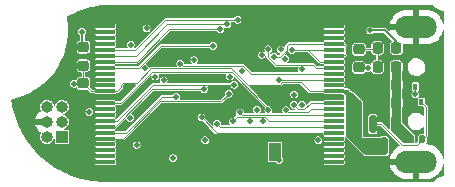
<source format=gbr>
%TF.GenerationSoftware,KiCad,Pcbnew,(7.0.0)*%
%TF.CreationDate,2023-03-08T14:18:50-08:00*%
%TF.ProjectId,ovrdrive,6f767264-7269-4766-952e-6b696361645f,rev?*%
%TF.SameCoordinates,Original*%
%TF.FileFunction,Copper,L4,Bot*%
%TF.FilePolarity,Positive*%
%FSLAX46Y46*%
G04 Gerber Fmt 4.6, Leading zero omitted, Abs format (unit mm)*
G04 Created by KiCad (PCBNEW (7.0.0)) date 2023-03-08 14:18:50*
%MOMM*%
%LPD*%
G01*
G04 APERTURE LIST*
G04 Aperture macros list*
%AMRoundRect*
0 Rectangle with rounded corners*
0 $1 Rounding radius*
0 $2 $3 $4 $5 $6 $7 $8 $9 X,Y pos of 4 corners*
0 Add a 4 corners polygon primitive as box body*
4,1,4,$2,$3,$4,$5,$6,$7,$8,$9,$2,$3,0*
0 Add four circle primitives for the rounded corners*
1,1,$1+$1,$2,$3*
1,1,$1+$1,$4,$5*
1,1,$1+$1,$6,$7*
1,1,$1+$1,$8,$9*
0 Add four rect primitives between the rounded corners*
20,1,$1+$1,$2,$3,$4,$5,0*
20,1,$1+$1,$4,$5,$6,$7,0*
20,1,$1+$1,$6,$7,$8,$9,0*
20,1,$1+$1,$8,$9,$2,$3,0*%
G04 Aperture macros list end*
%TA.AperFunction,ComponentPad*%
%ADD10O,3.500000X1.900000*%
%TD*%
%TA.AperFunction,ComponentPad*%
%ADD11R,1.000000X1.000000*%
%TD*%
%TA.AperFunction,ComponentPad*%
%ADD12O,1.000000X1.000000*%
%TD*%
%TA.AperFunction,SMDPad,CuDef*%
%ADD13RoundRect,0.218750X-0.218750X-0.256250X0.218750X-0.256250X0.218750X0.256250X-0.218750X0.256250X0*%
%TD*%
%TA.AperFunction,SMDPad,CuDef*%
%ADD14RoundRect,0.225000X-0.250000X0.225000X-0.250000X-0.225000X0.250000X-0.225000X0.250000X0.225000X0*%
%TD*%
%TA.AperFunction,SMDPad,CuDef*%
%ADD15R,1.000000X1.500000*%
%TD*%
%TA.AperFunction,SMDPad,CuDef*%
%ADD16RoundRect,0.225000X0.250000X-0.225000X0.250000X0.225000X-0.250000X0.225000X-0.250000X-0.225000X0*%
%TD*%
%TA.AperFunction,SMDPad,CuDef*%
%ADD17R,0.400000X0.510000*%
%TD*%
%TA.AperFunction,SMDPad,CuDef*%
%ADD18RoundRect,0.218750X0.256250X-0.218750X0.256250X0.218750X-0.256250X0.218750X-0.256250X-0.218750X0*%
%TD*%
%TA.AperFunction,SMDPad,CuDef*%
%ADD19RoundRect,0.135000X0.135000X0.185000X-0.135000X0.185000X-0.135000X-0.185000X0.135000X-0.185000X0*%
%TD*%
%TA.AperFunction,SMDPad,CuDef*%
%ADD20RoundRect,0.011200X0.768800X0.128800X-0.768800X0.128800X-0.768800X-0.128800X0.768800X-0.128800X0*%
%TD*%
%TA.AperFunction,SMDPad,CuDef*%
%ADD21RoundRect,0.150000X-0.150000X0.587500X-0.150000X-0.587500X0.150000X-0.587500X0.150000X0.587500X0*%
%TD*%
%TA.AperFunction,SMDPad,CuDef*%
%ADD22RoundRect,0.225000X0.225000X0.250000X-0.225000X0.250000X-0.225000X-0.250000X0.225000X-0.250000X0*%
%TD*%
%TA.AperFunction,SMDPad,CuDef*%
%ADD23RoundRect,0.218750X0.218750X0.256250X-0.218750X0.256250X-0.218750X-0.256250X0.218750X-0.256250X0*%
%TD*%
%TA.AperFunction,ViaPad*%
%ADD24C,0.460000*%
%TD*%
%TA.AperFunction,Conductor*%
%ADD25C,0.100000*%
%TD*%
%TA.AperFunction,Conductor*%
%ADD26C,0.200000*%
%TD*%
G04 APERTURE END LIST*
D10*
%TO.P,J1,5,Shield*%
%TO.N,GND*%
X142099999Y-98499999D03*
X142099999Y-109899999D03*
%TD*%
D11*
%TO.P,J3,1,Pin_1*%
%TO.N,+5V*%
X112069999Y-107799999D03*
D12*
%TO.P,J3,2,Pin_2*%
%TO.N,/MOSI*%
X110799999Y-107799999D03*
%TO.P,J3,3,Pin_3*%
%TO.N,/~{RST}*%
X112069999Y-106529999D03*
%TO.P,J3,4,Pin_4*%
%TO.N,GND*%
X110799999Y-106529999D03*
%TO.P,J3,5,Pin_5*%
%TO.N,/SCK*%
X112069999Y-105259999D03*
%TO.P,J3,6,Pin_6*%
%TO.N,/MISO*%
X110799999Y-105259999D03*
%TD*%
D13*
%TO.P,D2,1,K*%
%TO.N,Net-(D2-K)*%
X138812500Y-100300000D03*
%TO.P,D2,2,A*%
%TO.N,+5V*%
X140387500Y-100300000D03*
%TD*%
D14*
%TO.P,C2,1*%
%TO.N,Net-(D4-K)*%
X113900000Y-103275000D03*
%TO.P,C2,2*%
%TO.N,GND*%
X113900000Y-104825000D03*
%TD*%
D15*
%TO.P,JP1,1,A*%
%TO.N,GND*%
X128799999Y-109049999D03*
%TO.P,JP1,2,B*%
%TO.N,Net-(JP1-B)*%
X130099999Y-109049999D03*
%TD*%
D16*
%TO.P,C1,1*%
%TO.N,Net-(D4-K)*%
X136950000Y-105075000D03*
%TO.P,C1,2*%
%TO.N,GND*%
X136950000Y-103525000D03*
%TD*%
D17*
%TO.P,Q3,1,G*%
%TO.N,/KILL*%
X141999999Y-103554999D03*
%TO.P,Q3,2,S*%
%TO.N,GND*%
X142999999Y-103554999D03*
%TO.P,Q3,3,D*%
%TO.N,Net-(Q2-G)*%
X142499999Y-104844999D03*
%TD*%
D18*
%TO.P,D4,1,K*%
%TO.N,Net-(D4-K)*%
X113900000Y-101787500D03*
%TO.P,D4,2,A*%
%TO.N,+3.3V*%
X113900000Y-100212500D03*
%TD*%
D19*
%TO.P,R11,1*%
%TO.N,Net-(Q2-G)*%
X142610000Y-108000000D03*
%TO.P,R11,2*%
%TO.N,Net-(D3-K)*%
X141590000Y-108000000D03*
%TD*%
D14*
%TO.P,C3,1*%
%TO.N,Net-(D2-K)*%
X137250000Y-100375000D03*
%TO.P,C3,2*%
%TO.N,/Distruct_PWM*%
X137250000Y-101925000D03*
%TD*%
D20*
%TO.P,U2,48,NC*%
%TO.N,unconnected-(U2B-NC-Pad48)*%
X115767500Y-98450000D03*
%TO.P,U2,47,NC*%
%TO.N,unconnected-(U2B-NC-Pad47)*%
X115767500Y-98950000D03*
%TO.P,U2,46,NC*%
%TO.N,unconnected-(U2B-NC-Pad46)*%
X115767500Y-99450000D03*
%TO.P,U2,45,NC*%
%TO.N,unconnected-(U2B-NC-Pad45)*%
X115767500Y-99950000D03*
%TO.P,U2,44,I/O7*%
%TO.N,/FD7*%
X115767500Y-100450000D03*
%TO.P,U2,43,I/O6*%
%TO.N,/FD6*%
X115767500Y-100950000D03*
%TO.P,U2,42,I/O5*%
%TO.N,/FD5*%
X115767500Y-101450000D03*
%TO.P,U2,41,I/O4*%
%TO.N,/FD4*%
X115767500Y-101950000D03*
%TO.P,U2,40,NC*%
%TO.N,unconnected-(U2B-NC-Pad40)*%
X115767500Y-102450000D03*
%TO.P,U2,39,NC*%
%TO.N,unconnected-(U2B-NC-Pad39)*%
X115767500Y-102950000D03*
%TO.P,U2,38,NC*%
%TO.N,unconnected-(U2B-NC-Pad38)*%
X115767500Y-103450000D03*
%TO.P,U2,37,VCC*%
%TO.N,Net-(D4-K)*%
X115767500Y-103950000D03*
%TO.P,U2,36,VSS*%
%TO.N,GND*%
X115767500Y-104450000D03*
%TO.P,U2,35,DQS*%
%TO.N,/DQS*%
X115767500Y-104950000D03*
%TO.P,U2,34,NC*%
%TO.N,unconnected-(U2B-NC-Pad34)*%
X115767500Y-105450000D03*
%TO.P,U2,33,NC*%
%TO.N,unconnected-(U2B-NC-Pad33)*%
X115767500Y-105950000D03*
%TO.P,U2,32,I/O3*%
%TO.N,/FD3*%
X115767500Y-106450000D03*
%TO.P,U2,31,I/O2*%
%TO.N,/FD2*%
X115767500Y-106950000D03*
%TO.P,U2,30,I/O1*%
%TO.N,/FD1*%
X115767500Y-107450000D03*
%TO.P,U2,29,I/O0*%
%TO.N,/FD0*%
X115767500Y-107950000D03*
%TO.P,U2,28,NC*%
%TO.N,unconnected-(U2B-NC-Pad28)*%
X115767500Y-108450000D03*
%TO.P,U2,27,NC*%
%TO.N,unconnected-(U2B-NC-Pad27)*%
X115767500Y-108950000D03*
%TO.P,U2,26,NC*%
%TO.N,unconnected-(U2B-NC-Pad26)*%
X115767500Y-109450000D03*
%TO.P,U2,25,NC*%
%TO.N,unconnected-(U2B-NC-Pad25)*%
X115767500Y-109950000D03*
%TO.P,U2,24,NC*%
%TO.N,unconnected-(U2B-NC-Pad24)*%
X135127500Y-109950000D03*
%TO.P,U2,23,NC*%
%TO.N,unconnected-(U2B-NC-Pad23)*%
X135127500Y-109450000D03*
%TO.P,U2,22,NC*%
%TO.N,unconnected-(U2B-NC-Pad22)*%
X135127500Y-108950000D03*
%TO.P,U2,21,NC*%
%TO.N,unconnected-(U2B-NC-Pad21)*%
X135127500Y-108450000D03*
%TO.P,U2,20,NC*%
%TO.N,unconnected-(U2B-NC-Pad20)*%
X135127500Y-107950000D03*
%TO.P,U2,19,~{WP}*%
%TO.N,/~{WP}*%
X135127500Y-107450000D03*
%TO.P,U2,18,~{WE}*%
%TO.N,/~{WE}*%
X135127500Y-106950000D03*
%TO.P,U2,17,ALE*%
%TO.N,/ALE*%
X135127500Y-106450000D03*
%TO.P,U2,16,CLE*%
%TO.N,/CLE*%
X135127500Y-105950000D03*
%TO.P,U2,15,~{CE3}*%
%TO.N,/~{CE3}*%
X135127500Y-105450000D03*
%TO.P,U2,14,~{CE2}*%
%TO.N,/~{CE2}*%
X135127500Y-104950000D03*
%TO.P,U2,13,VSS*%
%TO.N,GND*%
X135127500Y-104450000D03*
%TO.P,U2,12,VCC*%
%TO.N,Net-(D4-K)*%
X135127500Y-103950000D03*
%TO.P,U2,11,NC*%
%TO.N,unconnected-(U2B-NC-Pad11)*%
X135127500Y-103450000D03*
%TO.P,U2,10,~{CE1}*%
%TO.N,/~{CE1}*%
X135127500Y-102950000D03*
%TO.P,U2,9,~{CE}*%
%TO.N,Net-(U2A-~{CE})*%
X135127500Y-102450000D03*
%TO.P,U2,8,~{RE}*%
%TO.N,/~{RE}*%
X135127500Y-101950000D03*
%TO.P,U2,7,R1/~{B0}*%
%TO.N,/RB1*%
X135127500Y-101450000D03*
%TO.P,U2,6,R/~{B1}*%
%TO.N,/RB0*%
X135127500Y-100950000D03*
%TO.P,U2,5,R1/~{B2}*%
%TO.N,/RB1*%
X135127500Y-100450000D03*
%TO.P,U2,4,R/~{B3}*%
%TO.N,/RB0*%
X135127500Y-99950000D03*
%TO.P,U2,3,NC*%
%TO.N,unconnected-(U2B-NC-Pad3)*%
X135127500Y-99450000D03*
%TO.P,U2,2,NC*%
%TO.N,unconnected-(U2B-NC-Pad2)*%
X135127500Y-98950000D03*
%TO.P,U2,1,NC*%
%TO.N,unconnected-(U2B-NC-Pad1)*%
X135127500Y-98450000D03*
%TD*%
D21*
%TO.P,Q2,1,G*%
%TO.N,Net-(Q2-G)*%
X138400000Y-106700000D03*
%TO.P,Q2,2,S*%
%TO.N,Net-(D3-K)*%
X140300000Y-106700000D03*
%TO.P,Q2,3,D*%
%TO.N,Net-(D4-K)*%
X139350000Y-108575000D03*
%TD*%
D22*
%TO.P,C14,1*%
%TO.N,Net-(D3-K)*%
X140375000Y-104900000D03*
%TO.P,C14,2*%
%TO.N,GND*%
X138825000Y-104900000D03*
%TD*%
%TO.P,C15,1*%
%TO.N,Net-(D3-K)*%
X140375000Y-103400000D03*
%TO.P,C15,2*%
%TO.N,GND*%
X138825000Y-103400000D03*
%TD*%
D23*
%TO.P,D3,1,K*%
%TO.N,Net-(D3-K)*%
X140387500Y-101900000D03*
%TO.P,D3,2,A*%
%TO.N,Net-(D2-K)*%
X138812500Y-101900000D03*
%TD*%
D24*
%TO.N,/~{RST}*%
X120700000Y-103000000D03*
%TO.N,GND*%
X143400000Y-104300000D03*
X126300000Y-110800000D03*
X112800000Y-104000000D03*
X114600000Y-99200000D03*
X111500000Y-104500000D03*
%TO.N,+1V8*%
X131750000Y-104220000D03*
X127300000Y-102200000D03*
X128600000Y-105500000D03*
X131000000Y-101200000D03*
%TO.N,/MOSI*%
X119100000Y-102000000D03*
%TO.N,/INHIBIT*%
X114400000Y-105700000D03*
X117900000Y-100000000D03*
%TO.N,Net-(JP1-B)*%
X130500000Y-109750000D03*
%TO.N,/RB1*%
X131550000Y-100450000D03*
%TO.N,/RB0*%
X130050000Y-101010000D03*
%TO.N,/~{CE1}*%
X130450000Y-102950000D03*
%TO.N,/DQS*%
X129550000Y-105540500D03*
%TO.N,Net-(U2A-~{CE})*%
X122100000Y-101600000D03*
%TO.N,/~{CE3}*%
X131050000Y-105540500D03*
%TO.N,/~{CE2}*%
X131700000Y-105100000D03*
%TO.N,/~{RE}*%
X129550000Y-100400000D03*
%TO.N,/~{CE}*%
X119250000Y-98600000D03*
X128991864Y-100879856D03*
%TO.N,/~{WP}*%
X123900000Y-106150000D03*
%TO.N,/~{WE}*%
X125200000Y-106700000D03*
%TO.N,/ALE*%
X126550000Y-106500000D03*
%TO.N,/CLE*%
X127150000Y-105740500D03*
%TO.N,+3.3V*%
X128000000Y-106500000D03*
X130600000Y-100400000D03*
X126300000Y-102700000D03*
X132400000Y-102100000D03*
X129100000Y-106500000D03*
X113800000Y-98900000D03*
X123300000Y-101304500D03*
X132400000Y-105100000D03*
%TO.N,GND*%
X132150000Y-103600000D03*
X108900000Y-105600000D03*
X119800000Y-106500000D03*
X118200000Y-98400000D03*
X132350000Y-101200000D03*
X136500000Y-108600000D03*
X132500000Y-109000000D03*
X139750000Y-110950000D03*
X114100000Y-107900000D03*
X126950000Y-97150000D03*
X117000000Y-109200000D03*
X122550000Y-105950000D03*
X137900000Y-104200000D03*
X135500000Y-97050000D03*
X119900000Y-101300000D03*
X113350000Y-109800000D03*
X122100000Y-99400000D03*
X131000000Y-110600000D03*
X117500000Y-103600000D03*
%TO.N,+5V*%
X118400000Y-108500000D03*
X124200000Y-108100000D03*
X138200000Y-98800000D03*
X133800000Y-108095500D03*
%TO.N,/Distruct_PWM*%
X138000000Y-101950000D03*
X117845500Y-106200000D03*
%TO.N,/KILL*%
X113095500Y-103300000D03*
X142000000Y-104200000D03*
%TO.N,/FD7*%
X126950000Y-97900000D03*
%TO.N,/FD6*%
X126072701Y-98279500D03*
%TO.N,/FD5*%
X125500000Y-98700000D03*
%TO.N,/FD4*%
X124900000Y-100100000D03*
%TO.N,/FD3*%
X126677375Y-103384648D03*
%TO.N,/FD2*%
X124104500Y-103764148D03*
%TO.N,/FD1*%
X121770207Y-104429793D03*
%TO.N,/FD0*%
X126204500Y-104150000D03*
%TO.N,/PB2*%
X121500000Y-109600000D03*
X120000000Y-102700000D03*
%TD*%
D25*
%TO.N,/FD2*%
X124104500Y-103764148D02*
X119735852Y-103764148D01*
X119735852Y-103764148D02*
X116550000Y-106950000D01*
X116550000Y-106950000D02*
X115767500Y-106950000D01*
%TO.N,/FD3*%
X115767500Y-106450000D02*
X116767158Y-106450000D01*
X116767158Y-106450000D02*
X119832510Y-103384648D01*
X119832510Y-103384648D02*
X126677375Y-103384648D01*
%TO.N,/FD1*%
X115767500Y-107450000D02*
X117500000Y-107450000D01*
X117500000Y-107450000D02*
X120520207Y-104429793D01*
X120520207Y-104429793D02*
X121770207Y-104429793D01*
%TO.N,Net-(D4-K)*%
X115767500Y-103950000D02*
X116750000Y-103950000D01*
X116750000Y-103950000D02*
X117093150Y-103606850D01*
X119637402Y-102000000D02*
X126420244Y-102000000D01*
X130547524Y-103389878D02*
X130737402Y-103200000D01*
X117093150Y-103606850D02*
X117093150Y-103400000D01*
X117093150Y-103400000D02*
X117273150Y-103220000D01*
X126420244Y-102000000D02*
X127810122Y-103389878D01*
X117273150Y-103220000D02*
X118417402Y-103220000D01*
X118417402Y-103220000D02*
X119637402Y-102000000D01*
X132300000Y-103200000D02*
X133050000Y-103950000D01*
X127810122Y-103389878D02*
X130547524Y-103389878D01*
X130737402Y-103200000D02*
X132300000Y-103200000D01*
X133050000Y-103950000D02*
X135127500Y-103950000D01*
X114575000Y-103950000D02*
X115767500Y-103950000D01*
X113900000Y-103275000D02*
X114575000Y-103950000D01*
X113900000Y-101787500D02*
X113900000Y-103275000D01*
%TO.N,Net-(D2-K)*%
X138812500Y-100400000D02*
X138812500Y-101900000D01*
X138812500Y-100400000D02*
X137275000Y-100400000D01*
%TO.N,Net-(D3-K)*%
X140637500Y-102150000D02*
X140387500Y-101900000D01*
%TO.N,/RB1*%
X133950000Y-101450000D02*
X132950000Y-100450000D01*
X132950000Y-100450000D02*
X135127500Y-100450000D01*
X131550000Y-100450000D02*
X132950000Y-100450000D01*
X135127500Y-101450000D02*
X133950000Y-101450000D01*
%TO.N,/RB0*%
X131100000Y-100150000D02*
X131300000Y-99950000D01*
X135127500Y-100950000D02*
X135900000Y-100950000D01*
X130527402Y-101010000D02*
X131100000Y-100437402D01*
X136100000Y-100750000D02*
X136100000Y-100150000D01*
X130050000Y-101010000D02*
X130527402Y-101010000D01*
X131300000Y-99950000D02*
X135127500Y-99950000D01*
X136100000Y-100150000D02*
X135900000Y-99950000D01*
X131100000Y-100437402D02*
X131100000Y-100150000D01*
X135900000Y-100950000D02*
X136100000Y-100750000D01*
%TO.N,/~{CE1}*%
X135127500Y-102950000D02*
X130450000Y-102950000D01*
%TO.N,/DQS*%
X129550000Y-105412598D02*
X126457402Y-102320000D01*
X129550000Y-105540500D02*
X129550000Y-105412598D01*
X119680000Y-102320000D02*
X117050000Y-104950000D01*
X126457402Y-102320000D02*
X119680000Y-102320000D01*
X117050000Y-104950000D02*
X115767500Y-104950000D01*
%TO.N,Net-(U2A-~{CE})*%
X127437402Y-101800000D02*
X122300000Y-101800000D01*
X128117402Y-102480000D02*
X127437402Y-101800000D01*
X135127500Y-102450000D02*
X135097500Y-102480000D01*
X122300000Y-101800000D02*
X122100000Y-101600000D01*
X135097500Y-102480000D02*
X128117402Y-102480000D01*
%TO.N,/~{CE3}*%
X133150000Y-105450000D02*
X132920000Y-105680000D01*
X135127500Y-105450000D02*
X133150000Y-105450000D01*
X131189500Y-105680000D02*
X132920000Y-105680000D01*
X131050000Y-105540500D02*
X131189500Y-105680000D01*
%TO.N,/~{CE2}*%
X132080000Y-105480000D02*
X132620000Y-105480000D01*
X135127500Y-104950000D02*
X133150000Y-104950000D01*
X131700000Y-105100000D02*
X132080000Y-105480000D01*
X132620000Y-105480000D02*
X133150000Y-104950000D01*
%TO.N,/~{RE}*%
X129550000Y-100400000D02*
X129550000Y-101047402D01*
X129550000Y-101047402D02*
X130222598Y-101720000D01*
X130222598Y-101720000D02*
X133370000Y-101720000D01*
X133370000Y-101720000D02*
X133600000Y-101950000D01*
X133600000Y-101950000D02*
X135127500Y-101950000D01*
%TO.N,/~{CE}*%
X128991864Y-100879856D02*
X128912008Y-100800000D01*
%TO.N,/~{WP}*%
X135127500Y-107450000D02*
X125200000Y-107450000D01*
X125200000Y-107450000D02*
X123900000Y-106150000D01*
%TO.N,/~{WE}*%
X125450000Y-106950000D02*
X125200000Y-106700000D01*
X135127500Y-106950000D02*
X125450000Y-106950000D01*
%TO.N,/ALE*%
X129587402Y-106450000D02*
X129257402Y-106120000D01*
X126930000Y-106120000D02*
X126550000Y-106500000D01*
X129257402Y-106120000D02*
X126930000Y-106120000D01*
X135127500Y-106450000D02*
X129587402Y-106450000D01*
%TO.N,/CLE*%
X127329500Y-105920000D02*
X127150000Y-105740500D01*
X135127500Y-105950000D02*
X135097500Y-105920000D01*
X135097500Y-105920000D02*
X127329500Y-105920000D01*
%TO.N,+3.3V*%
X113800000Y-100112500D02*
X113900000Y-100212500D01*
D26*
X113800000Y-98900000D02*
X113800000Y-100112500D01*
D25*
%TO.N,GND*%
X136950000Y-103525000D02*
X136975000Y-103500000D01*
D26*
%TO.N,+5V*%
X140387500Y-99737500D02*
X140387500Y-100250000D01*
X138200000Y-98800000D02*
X139450000Y-98800000D01*
X140387500Y-100250000D02*
X140337500Y-100300000D01*
X140300000Y-99650000D02*
X140387500Y-99737500D01*
X139450000Y-98800000D02*
X140337500Y-99687500D01*
D25*
%TO.N,/Distruct_PWM*%
X138000000Y-101950000D02*
X137275000Y-101950000D01*
%TO.N,/KILL*%
X142000000Y-103555000D02*
X142000000Y-104200000D01*
%TO.N,/FD7*%
X120850000Y-97900000D02*
X118300000Y-100450000D01*
X126950000Y-97900000D02*
X120850000Y-97900000D01*
X118300000Y-100450000D02*
X115767500Y-100450000D01*
%TO.N,/FD6*%
X126072701Y-98279500D02*
X121020500Y-98279500D01*
X118350000Y-100950000D02*
X115767500Y-100950000D01*
X121020500Y-98279500D02*
X118350000Y-100950000D01*
%TO.N,/FD5*%
X121150000Y-98700000D02*
X118400000Y-101450000D01*
X118400000Y-101450000D02*
X115767500Y-101450000D01*
X125500000Y-98700000D02*
X121150000Y-98700000D01*
%TO.N,/FD4*%
X120450000Y-100100000D02*
X118600000Y-101950000D01*
X124900000Y-100100000D02*
X120450000Y-100100000D01*
X118600000Y-101950000D02*
X115767500Y-101950000D01*
%TO.N,/FD0*%
X117282842Y-107950000D02*
X115767500Y-107950000D01*
X125544707Y-104809793D02*
X120423049Y-104809793D01*
X120423049Y-104809793D02*
X117282842Y-107950000D01*
X126204500Y-104150000D02*
X125544707Y-104809793D01*
%TO.N,Net-(Q2-G)*%
X142900000Y-105245000D02*
X142900000Y-107710000D01*
X142140000Y-108470000D02*
X142610000Y-108000000D01*
X140908236Y-108470000D02*
X142140000Y-108470000D01*
X142900000Y-107710000D02*
X142610000Y-108000000D01*
X139138236Y-106700000D02*
X140908236Y-108470000D01*
X138400000Y-106700000D02*
X139138236Y-106700000D01*
X142500000Y-104845000D02*
X142900000Y-105245000D01*
%TD*%
%TA.AperFunction,Conductor*%
%TO.N,GND*%
G36*
X132252013Y-103364852D02*
G01*
X132915065Y-104027904D01*
X132972096Y-104084935D01*
X132985677Y-104088573D01*
X132997497Y-104093469D01*
X133009673Y-104100500D01*
X133030186Y-104100500D01*
X133090326Y-104100500D01*
X134209617Y-104100500D01*
X134244265Y-104114852D01*
X134253460Y-104124047D01*
X134259554Y-104131472D01*
X134274754Y-104154221D01*
X134278169Y-104159331D01*
X134315117Y-104184019D01*
X134347700Y-104190500D01*
X134350116Y-104190500D01*
X134352465Y-104190731D01*
X134360338Y-104192163D01*
X134396694Y-104201905D01*
X134424000Y-104205500D01*
X135836004Y-104205500D01*
X135870652Y-104219852D01*
X135980148Y-104329348D01*
X135994500Y-104363996D01*
X135994500Y-104667138D01*
X135986242Y-104694361D01*
X135964252Y-104712408D01*
X135935941Y-104715196D01*
X135909664Y-104709969D01*
X135909651Y-104709967D01*
X135907300Y-104709500D01*
X134347700Y-104709500D01*
X134345349Y-104709967D01*
X134345345Y-104709968D01*
X134319849Y-104715039D01*
X134319845Y-104715040D01*
X134315117Y-104715981D01*
X134311105Y-104718661D01*
X134311104Y-104718662D01*
X134282180Y-104737988D01*
X134282177Y-104737990D01*
X134278169Y-104740669D01*
X134275490Y-104744677D01*
X134275488Y-104744680D01*
X134253481Y-104777617D01*
X134251947Y-104776592D01*
X134239903Y-104791252D01*
X134212695Y-104799500D01*
X133190327Y-104799500D01*
X133109673Y-104799500D01*
X133104088Y-104802723D01*
X133104085Y-104802725D01*
X133097492Y-104806532D01*
X133085679Y-104811425D01*
X133072096Y-104815065D01*
X133067538Y-104819622D01*
X133067536Y-104819624D01*
X133015064Y-104872096D01*
X132809885Y-105077274D01*
X132778086Y-105091543D01*
X132744845Y-105081062D01*
X132726981Y-105051135D01*
X132715359Y-104985219D01*
X132657083Y-104884282D01*
X132653799Y-104881526D01*
X132653798Y-104881525D01*
X132571081Y-104812118D01*
X132567799Y-104809364D01*
X132549559Y-104802725D01*
X132462306Y-104770966D01*
X132462301Y-104770965D01*
X132458276Y-104769500D01*
X132341724Y-104769500D01*
X132337699Y-104770964D01*
X132337693Y-104770966D01*
X132236228Y-104807898D01*
X132236226Y-104807898D01*
X132232201Y-104809364D01*
X132228920Y-104812116D01*
X132228918Y-104812118D01*
X132146201Y-104881525D01*
X132146197Y-104881529D01*
X132142917Y-104884282D01*
X132140774Y-104887993D01*
X132140772Y-104887996D01*
X132092435Y-104971719D01*
X132066759Y-104993264D01*
X132033241Y-104993264D01*
X132007565Y-104971719D01*
X131959227Y-104887996D01*
X131957083Y-104884282D01*
X131953799Y-104881526D01*
X131953798Y-104881525D01*
X131871081Y-104812118D01*
X131867799Y-104809364D01*
X131849559Y-104802725D01*
X131762306Y-104770966D01*
X131762301Y-104770965D01*
X131758276Y-104769500D01*
X131641724Y-104769500D01*
X131637699Y-104770964D01*
X131637693Y-104770966D01*
X131536228Y-104807898D01*
X131536226Y-104807898D01*
X131532201Y-104809364D01*
X131528920Y-104812116D01*
X131528918Y-104812118D01*
X131446201Y-104881525D01*
X131446197Y-104881529D01*
X131442917Y-104884282D01*
X131440774Y-104887993D01*
X131440772Y-104887996D01*
X131400841Y-104957159D01*
X131384641Y-104985219D01*
X131364402Y-105100000D01*
X131384641Y-105214781D01*
X131419936Y-105275914D01*
X131438371Y-105307845D01*
X131442917Y-105315718D01*
X131446199Y-105318472D01*
X131446201Y-105318474D01*
X131471353Y-105339579D01*
X131532201Y-105390636D01*
X131595238Y-105413580D01*
X131637693Y-105429033D01*
X131637694Y-105429033D01*
X131641724Y-105430500D01*
X131753987Y-105430500D01*
X131758276Y-105430500D01*
X131772480Y-105425329D01*
X131799843Y-105423535D01*
X131823887Y-105436726D01*
X131833013Y-105445852D01*
X131847365Y-105480500D01*
X131833013Y-105515148D01*
X131798365Y-105529500D01*
X131424774Y-105529500D01*
X131393277Y-105518036D01*
X131376518Y-105489008D01*
X131366103Y-105429938D01*
X131366102Y-105429937D01*
X131365359Y-105425719D01*
X131307083Y-105324782D01*
X131303799Y-105322026D01*
X131303798Y-105322025D01*
X131221081Y-105252618D01*
X131217799Y-105249864D01*
X131178459Y-105235545D01*
X131112306Y-105211466D01*
X131112301Y-105211465D01*
X131108276Y-105210000D01*
X130991724Y-105210000D01*
X130987699Y-105211464D01*
X130987693Y-105211466D01*
X130886228Y-105248398D01*
X130886226Y-105248398D01*
X130882201Y-105249864D01*
X130878920Y-105252616D01*
X130878918Y-105252618D01*
X130796201Y-105322025D01*
X130796197Y-105322029D01*
X130792917Y-105324782D01*
X130790774Y-105328493D01*
X130790772Y-105328496D01*
X130741650Y-105413579D01*
X130734641Y-105425719D01*
X130714402Y-105540500D01*
X130734641Y-105655281D01*
X130752291Y-105685852D01*
X130758150Y-105696000D01*
X130763971Y-105729009D01*
X130747212Y-105758036D01*
X130715715Y-105769500D01*
X129884285Y-105769500D01*
X129852788Y-105758036D01*
X129836029Y-105729009D01*
X129841850Y-105696000D01*
X129846306Y-105688282D01*
X129865359Y-105655281D01*
X129885598Y-105540500D01*
X129865359Y-105425719D01*
X129807083Y-105324782D01*
X129803799Y-105322026D01*
X129803798Y-105322025D01*
X129721081Y-105252618D01*
X129717799Y-105249864D01*
X129678459Y-105235545D01*
X129612306Y-105211466D01*
X129612301Y-105211465D01*
X129608276Y-105210000D01*
X129603987Y-105210000D01*
X129580537Y-105210000D01*
X129545889Y-105195648D01*
X128570241Y-104220000D01*
X131414402Y-104220000D01*
X131434641Y-104334781D01*
X131453039Y-104366647D01*
X131486658Y-104424878D01*
X131492917Y-104435718D01*
X131496199Y-104438472D01*
X131496201Y-104438474D01*
X131508872Y-104449106D01*
X131582201Y-104510636D01*
X131648999Y-104534949D01*
X131687693Y-104549033D01*
X131687694Y-104549033D01*
X131691724Y-104550500D01*
X131803987Y-104550500D01*
X131808276Y-104550500D01*
X131917799Y-104510636D01*
X132007083Y-104435718D01*
X132065359Y-104334781D01*
X132085598Y-104220000D01*
X132065359Y-104105219D01*
X132007083Y-104004282D01*
X132003799Y-104001526D01*
X132003798Y-104001525D01*
X131921081Y-103932118D01*
X131917799Y-103929364D01*
X131893001Y-103920338D01*
X131812306Y-103890966D01*
X131812301Y-103890965D01*
X131808276Y-103889500D01*
X131691724Y-103889500D01*
X131687699Y-103890964D01*
X131687693Y-103890966D01*
X131586228Y-103927898D01*
X131586226Y-103927898D01*
X131582201Y-103929364D01*
X131578920Y-103932116D01*
X131578918Y-103932118D01*
X131496201Y-104001525D01*
X131496197Y-104001529D01*
X131492917Y-104004282D01*
X131490774Y-104007993D01*
X131490772Y-104007996D01*
X131437216Y-104100759D01*
X131434641Y-104105219D01*
X131433897Y-104109437D01*
X131433897Y-104109438D01*
X131431434Y-104123407D01*
X131414402Y-104220000D01*
X128570241Y-104220000D01*
X127974267Y-103624026D01*
X127959915Y-103589378D01*
X127974267Y-103554730D01*
X128008915Y-103540378D01*
X130581400Y-103540378D01*
X130587851Y-103540378D01*
X130600029Y-103533345D01*
X130611845Y-103528451D01*
X130625428Y-103524813D01*
X130682459Y-103467783D01*
X130682459Y-103467781D01*
X130785390Y-103364850D01*
X130820037Y-103350500D01*
X132217365Y-103350500D01*
X132252013Y-103364852D01*
G37*
%TD.AperFunction*%
%TA.AperFunction,Conductor*%
G36*
X131226841Y-100568994D02*
G01*
X131248567Y-100588902D01*
X131264899Y-100617189D01*
X131283553Y-100649500D01*
X131292917Y-100665718D01*
X131296199Y-100668472D01*
X131296201Y-100668474D01*
X131319330Y-100687881D01*
X131382201Y-100740636D01*
X131462582Y-100769893D01*
X131487693Y-100779033D01*
X131487694Y-100779033D01*
X131491724Y-100780500D01*
X131603987Y-100780500D01*
X131608276Y-100780500D01*
X131717799Y-100740636D01*
X131807083Y-100665718D01*
X131826298Y-100632435D01*
X131830592Y-100625000D01*
X131848527Y-100607065D01*
X131873027Y-100600500D01*
X132867365Y-100600500D01*
X132902013Y-100614852D01*
X133815064Y-101527903D01*
X133815065Y-101527904D01*
X133872096Y-101584935D01*
X133885677Y-101588573D01*
X133897497Y-101593469D01*
X133909673Y-101600500D01*
X133990327Y-101600501D01*
X133990329Y-101600500D01*
X134212695Y-101600500D01*
X134239903Y-101608748D01*
X134251947Y-101623407D01*
X134253481Y-101622383D01*
X134278169Y-101659331D01*
X134282180Y-101662011D01*
X134285521Y-101665352D01*
X134299873Y-101700000D01*
X134285521Y-101734648D01*
X134282179Y-101737989D01*
X134278169Y-101740669D01*
X134275490Y-101744677D01*
X134275488Y-101744680D01*
X134253481Y-101777617D01*
X134251947Y-101776592D01*
X134239903Y-101791252D01*
X134212695Y-101799500D01*
X133682635Y-101799500D01*
X133647987Y-101785148D01*
X133452465Y-101589626D01*
X133447904Y-101585065D01*
X133441672Y-101583395D01*
X133434323Y-101581426D01*
X133422506Y-101576531D01*
X133415914Y-101572725D01*
X133415911Y-101572724D01*
X133410327Y-101569500D01*
X133403879Y-101569499D01*
X133403876Y-101569499D01*
X133329679Y-101569499D01*
X133329678Y-101569499D01*
X133329674Y-101569499D01*
X133329672Y-101569499D01*
X133329671Y-101569500D01*
X131208439Y-101569500D01*
X131180334Y-101560638D01*
X131162394Y-101537259D01*
X131161109Y-101507818D01*
X131176942Y-101482964D01*
X131257083Y-101415718D01*
X131315359Y-101314781D01*
X131335598Y-101200000D01*
X131315359Y-101085219D01*
X131257083Y-100984282D01*
X131253799Y-100981526D01*
X131253798Y-100981525D01*
X131171081Y-100912118D01*
X131167799Y-100909364D01*
X131128937Y-100895219D01*
X131062306Y-100870966D01*
X131062301Y-100870965D01*
X131058276Y-100869500D01*
X130999036Y-100869500D01*
X130964388Y-100855148D01*
X130950036Y-100820500D01*
X130964388Y-100785852D01*
X131032342Y-100717898D01*
X131171486Y-100578754D01*
X131197624Y-100565147D01*
X131226841Y-100568994D01*
G37*
%TD.AperFunction*%
%TA.AperFunction,Conductor*%
G36*
X143482283Y-96628642D02*
G01*
X143498952Y-96641110D01*
X143557533Y-96708643D01*
X143725457Y-96856895D01*
X143726793Y-96857791D01*
X143726799Y-96857796D01*
X143817129Y-96918402D01*
X143911470Y-96981700D01*
X144112322Y-97080875D01*
X144324501Y-97152687D01*
X144394379Y-97166368D01*
X144422794Y-97183313D01*
X144433963Y-97214455D01*
X144433963Y-98243063D01*
X144421013Y-98276250D01*
X144389009Y-98291896D01*
X144354866Y-98281731D01*
X144336631Y-98251128D01*
X144318563Y-98142851D01*
X144317572Y-98138938D01*
X144240431Y-97914235D01*
X144238810Y-97910540D01*
X144125738Y-97701601D01*
X144123526Y-97698215D01*
X143977606Y-97510738D01*
X143974874Y-97507769D01*
X143800077Y-97346858D01*
X143796895Y-97344382D01*
X143598010Y-97214444D01*
X143594451Y-97212517D01*
X143376883Y-97117083D01*
X143373078Y-97115776D01*
X143142762Y-97057452D01*
X143138783Y-97056788D01*
X142961301Y-97042082D01*
X142959303Y-97042000D01*
X142363747Y-97042000D01*
X142356854Y-97044854D01*
X142354000Y-97051747D01*
X142354000Y-99948253D01*
X142356854Y-99955145D01*
X142363747Y-99958000D01*
X142959303Y-99958000D01*
X142961301Y-99957917D01*
X143138783Y-99943211D01*
X143142762Y-99942547D01*
X143373078Y-99884223D01*
X143376883Y-99882916D01*
X143594451Y-99787482D01*
X143598010Y-99785555D01*
X143796895Y-99655617D01*
X143800077Y-99653141D01*
X143974874Y-99492230D01*
X143977606Y-99489261D01*
X144123526Y-99301784D01*
X144125738Y-99298398D01*
X144238810Y-99089459D01*
X144240431Y-99085764D01*
X144317572Y-98861061D01*
X144318563Y-98857148D01*
X144336631Y-98748872D01*
X144354866Y-98718269D01*
X144389009Y-98708104D01*
X144421013Y-98723750D01*
X144433963Y-98756937D01*
X144433963Y-109643063D01*
X144421013Y-109676250D01*
X144389009Y-109691896D01*
X144354866Y-109681731D01*
X144336631Y-109651128D01*
X144318563Y-109542851D01*
X144317572Y-109538938D01*
X144240431Y-109314235D01*
X144238810Y-109310540D01*
X144125738Y-109101601D01*
X144123526Y-109098215D01*
X143977606Y-108910738D01*
X143974874Y-108907769D01*
X143800077Y-108746858D01*
X143796895Y-108744382D01*
X143598010Y-108614444D01*
X143594451Y-108612517D01*
X143376883Y-108517083D01*
X143373078Y-108515776D01*
X143142762Y-108457452D01*
X143138783Y-108456788D01*
X142961301Y-108442082D01*
X142959303Y-108442000D01*
X142944537Y-108442000D01*
X142909889Y-108427648D01*
X142895537Y-108393000D01*
X142909889Y-108358352D01*
X142910774Y-108357466D01*
X142914786Y-108354786D01*
X142966836Y-108276888D01*
X142980500Y-108208196D01*
X142980500Y-107862635D01*
X142994852Y-107827987D01*
X143011929Y-107810910D01*
X143020430Y-107802409D01*
X143034935Y-107787904D01*
X143038573Y-107774321D01*
X143043467Y-107762505D01*
X143050500Y-107750327D01*
X143050501Y-107669674D01*
X143050500Y-107669672D01*
X143050500Y-105225186D01*
X143050500Y-105204673D01*
X143043469Y-105192497D01*
X143038573Y-105180676D01*
X143034935Y-105167096D01*
X143030376Y-105162537D01*
X143030375Y-105162535D01*
X142977905Y-105110065D01*
X142977903Y-105110064D01*
X142814851Y-104947012D01*
X142800499Y-104912364D01*
X142800499Y-104582506D01*
X142800499Y-104580102D01*
X142794669Y-104550787D01*
X142772457Y-104517543D01*
X142739213Y-104495331D01*
X142734478Y-104494389D01*
X142712264Y-104489970D01*
X142712259Y-104489969D01*
X142709899Y-104489500D01*
X142707489Y-104489500D01*
X142299280Y-104489500D01*
X142265620Y-104476109D01*
X142250358Y-104443256D01*
X142259155Y-104416914D01*
X142257083Y-104415718D01*
X142284359Y-104368474D01*
X142315359Y-104314781D01*
X142335598Y-104200000D01*
X142315359Y-104085219D01*
X142257083Y-103984282D01*
X142246378Y-103975300D01*
X142230455Y-103950103D01*
X142232081Y-103920338D01*
X142250655Y-103897023D01*
X142272457Y-103882457D01*
X142294669Y-103849213D01*
X142300500Y-103819899D01*
X142300499Y-103290102D01*
X142294669Y-103260787D01*
X142272457Y-103227543D01*
X142239213Y-103205331D01*
X142234478Y-103204389D01*
X142212264Y-103199970D01*
X142212259Y-103199969D01*
X142209899Y-103199500D01*
X142207489Y-103199500D01*
X141792505Y-103199500D01*
X141792494Y-103199500D01*
X141790102Y-103199501D01*
X141787752Y-103199968D01*
X141787745Y-103199969D01*
X141765520Y-103204389D01*
X141765516Y-103204390D01*
X141760787Y-103205331D01*
X141756775Y-103208011D01*
X141756774Y-103208012D01*
X141731553Y-103224863D01*
X141731550Y-103224865D01*
X141727543Y-103227543D01*
X141724865Y-103231550D01*
X141724863Y-103231553D01*
X141715162Y-103246073D01*
X141705331Y-103260787D01*
X141704389Y-103265519D01*
X141704389Y-103265521D01*
X141699970Y-103287735D01*
X141699969Y-103287741D01*
X141699500Y-103290101D01*
X141699500Y-103292505D01*
X141699500Y-103292510D01*
X141699500Y-103817494D01*
X141699500Y-103817504D01*
X141699501Y-103819898D01*
X141699968Y-103822248D01*
X141699969Y-103822254D01*
X141704389Y-103844479D01*
X141704390Y-103844481D01*
X141705331Y-103849213D01*
X141727543Y-103882457D01*
X141731553Y-103885136D01*
X141731555Y-103885138D01*
X141749344Y-103897024D01*
X141767917Y-103920338D01*
X141769543Y-103950102D01*
X141753619Y-103975301D01*
X141746202Y-103981524D01*
X141746197Y-103981529D01*
X141742917Y-103984282D01*
X141740775Y-103987992D01*
X141740772Y-103987996D01*
X141701367Y-104056249D01*
X141684641Y-104085219D01*
X141683897Y-104089437D01*
X141683897Y-104089438D01*
X141679813Y-104112600D01*
X141664402Y-104200000D01*
X141684641Y-104314781D01*
X141742917Y-104415718D01*
X141746199Y-104418472D01*
X141746201Y-104418474D01*
X141788394Y-104453878D01*
X141832201Y-104490636D01*
X141898763Y-104514863D01*
X141937693Y-104529033D01*
X141937694Y-104529033D01*
X141941724Y-104530500D01*
X142053987Y-104530500D01*
X142058276Y-104530500D01*
X142139360Y-104500987D01*
X142173211Y-104501110D01*
X142198905Y-104523151D01*
X142204176Y-104556589D01*
X142199500Y-104580101D01*
X142199500Y-104582506D01*
X142199500Y-104582510D01*
X142199500Y-105107494D01*
X142199500Y-105107504D01*
X142199501Y-105109898D01*
X142199968Y-105112248D01*
X142199969Y-105112254D01*
X142204389Y-105134479D01*
X142204390Y-105134481D01*
X142205331Y-105139213D01*
X142227543Y-105172457D01*
X142260787Y-105194669D01*
X142290101Y-105200500D01*
X142622364Y-105200499D01*
X142641115Y-105204229D01*
X142657012Y-105214851D01*
X142735148Y-105292987D01*
X142749500Y-105327635D01*
X142749500Y-105967772D01*
X142740225Y-105996458D01*
X142715912Y-106014285D01*
X142685765Y-106014504D01*
X142661196Y-105997032D01*
X142651316Y-105983761D01*
X142651314Y-105983758D01*
X142649610Y-105981470D01*
X142585058Y-105927304D01*
X142517397Y-105870529D01*
X142517392Y-105870526D01*
X142515214Y-105868698D01*
X142512668Y-105867419D01*
X142512666Y-105867418D01*
X142360982Y-105791240D01*
X142360980Y-105791239D01*
X142358433Y-105789960D01*
X142355662Y-105789303D01*
X142355656Y-105789301D01*
X142190502Y-105750159D01*
X142190501Y-105750158D01*
X142187721Y-105749500D01*
X142056291Y-105749500D01*
X142054891Y-105749663D01*
X142054884Y-105749664D01*
X141928578Y-105764427D01*
X141928570Y-105764428D01*
X141925745Y-105764759D01*
X141923066Y-105765734D01*
X141923062Y-105765735D01*
X141763563Y-105823787D01*
X141763558Y-105823789D01*
X141760883Y-105824763D01*
X141758505Y-105826326D01*
X141758499Y-105826330D01*
X141616688Y-105919601D01*
X141616682Y-105919605D01*
X141614304Y-105921170D01*
X141612350Y-105923240D01*
X141612344Y-105923246D01*
X141495868Y-106046704D01*
X141493908Y-106048782D01*
X141492484Y-106051247D01*
X141492479Y-106051255D01*
X141407617Y-106198242D01*
X141407613Y-106198249D01*
X141406188Y-106200719D01*
X141405370Y-106203450D01*
X141405367Y-106203458D01*
X141356688Y-106366056D01*
X141356687Y-106366060D01*
X141355870Y-106368790D01*
X141355704Y-106371635D01*
X141355704Y-106371637D01*
X141355357Y-106377603D01*
X141345669Y-106543935D01*
X141346162Y-106546734D01*
X141346163Y-106546741D01*
X141375640Y-106713906D01*
X141376135Y-106716711D01*
X141377260Y-106719320D01*
X141377262Y-106719325D01*
X141430885Y-106843638D01*
X141445623Y-106877804D01*
X141447324Y-106880088D01*
X141447327Y-106880094D01*
X141476843Y-106919740D01*
X141550390Y-107018530D01*
X141577046Y-107040897D01*
X141682602Y-107129470D01*
X141682605Y-107129472D01*
X141684786Y-107131302D01*
X141841567Y-107210040D01*
X142012279Y-107250500D01*
X142142290Y-107250500D01*
X142143709Y-107250500D01*
X142274255Y-107235241D01*
X142439117Y-107175237D01*
X142585696Y-107078830D01*
X142664859Y-106994921D01*
X142689894Y-106980710D01*
X142718591Y-106983010D01*
X142741043Y-107001029D01*
X142749500Y-107028548D01*
X142749500Y-107530500D01*
X142735148Y-107565148D01*
X142700500Y-107579500D01*
X142451804Y-107579500D01*
X142449444Y-107579969D01*
X142449438Y-107579970D01*
X142387844Y-107592222D01*
X142387840Y-107592223D01*
X142383112Y-107593164D01*
X142379102Y-107595842D01*
X142379100Y-107595844D01*
X142309225Y-107642533D01*
X142309222Y-107642535D01*
X142305214Y-107645214D01*
X142302535Y-107649222D01*
X142302533Y-107649225D01*
X142255844Y-107719100D01*
X142255842Y-107719102D01*
X142253164Y-107723112D01*
X142252223Y-107727840D01*
X142252222Y-107727844D01*
X142239970Y-107789438D01*
X142239969Y-107789444D01*
X142239500Y-107791804D01*
X142239500Y-107794214D01*
X142239500Y-108137365D01*
X142225148Y-108172013D01*
X142092013Y-108305148D01*
X142057365Y-108319500D01*
X142039853Y-108319500D01*
X142011748Y-108310638D01*
X141993808Y-108287259D01*
X141992523Y-108257819D01*
X142001905Y-108222806D01*
X142005500Y-108195500D01*
X142005500Y-107851362D01*
X142003473Y-107830780D01*
X141994034Y-107783327D01*
X141978281Y-107745296D01*
X141975189Y-107740669D01*
X141952067Y-107706065D01*
X141951401Y-107705068D01*
X141938281Y-107689081D01*
X141895535Y-107646335D01*
X141894786Y-107645214D01*
X141893664Y-107644464D01*
X140919852Y-106670651D01*
X140905500Y-106636004D01*
X140905500Y-105275914D01*
X140910091Y-105255206D01*
X140914999Y-105244680D01*
X140919259Y-105235545D01*
X140925500Y-105188139D01*
X140925499Y-104611862D01*
X140919259Y-104564455D01*
X140917675Y-104561058D01*
X140910091Y-104544794D01*
X140905500Y-104524086D01*
X140905500Y-103775914D01*
X140910091Y-103755206D01*
X140911363Y-103752477D01*
X140919259Y-103735545D01*
X140925500Y-103688139D01*
X140925499Y-103111862D01*
X140919259Y-103064455D01*
X140917675Y-103061058D01*
X140910091Y-103044794D01*
X140905500Y-103024086D01*
X140905500Y-102280779D01*
X140910091Y-102260071D01*
X140910891Y-102258356D01*
X140919379Y-102240153D01*
X140925500Y-102193659D01*
X140925500Y-101943935D01*
X141345669Y-101943935D01*
X141346162Y-101946734D01*
X141346163Y-101946741D01*
X141375640Y-102113906D01*
X141376135Y-102116711D01*
X141377260Y-102119320D01*
X141377262Y-102119325D01*
X141444492Y-102275183D01*
X141445623Y-102277804D01*
X141447324Y-102280088D01*
X141447327Y-102280094D01*
X141495812Y-102345219D01*
X141550390Y-102418530D01*
X141606588Y-102465686D01*
X141682602Y-102529470D01*
X141682605Y-102529472D01*
X141684786Y-102531302D01*
X141841567Y-102610040D01*
X142012279Y-102650500D01*
X142142290Y-102650500D01*
X142143709Y-102650500D01*
X142274255Y-102635241D01*
X142439117Y-102575237D01*
X142585696Y-102478830D01*
X142706092Y-102351218D01*
X142793812Y-102199281D01*
X142844130Y-102031210D01*
X142854331Y-101856065D01*
X142823865Y-101683289D01*
X142754377Y-101522196D01*
X142752674Y-101519908D01*
X142752672Y-101519905D01*
X142677759Y-101419281D01*
X142649610Y-101381470D01*
X142599858Y-101339723D01*
X142517397Y-101270529D01*
X142517392Y-101270526D01*
X142515214Y-101268698D01*
X142512668Y-101267419D01*
X142512666Y-101267418D01*
X142360982Y-101191240D01*
X142360980Y-101191239D01*
X142358433Y-101189960D01*
X142355662Y-101189303D01*
X142355656Y-101189301D01*
X142190502Y-101150159D01*
X142190501Y-101150158D01*
X142187721Y-101149500D01*
X142056291Y-101149500D01*
X142054891Y-101149663D01*
X142054884Y-101149664D01*
X141928578Y-101164427D01*
X141928570Y-101164428D01*
X141925745Y-101164759D01*
X141923066Y-101165734D01*
X141923062Y-101165735D01*
X141763563Y-101223787D01*
X141763558Y-101223789D01*
X141760883Y-101224763D01*
X141758505Y-101226326D01*
X141758499Y-101226330D01*
X141616688Y-101319601D01*
X141616682Y-101319605D01*
X141614304Y-101321170D01*
X141612350Y-101323240D01*
X141612344Y-101323246D01*
X141495868Y-101446704D01*
X141493908Y-101448782D01*
X141492484Y-101451247D01*
X141492479Y-101451255D01*
X141407617Y-101598242D01*
X141407613Y-101598249D01*
X141406188Y-101600719D01*
X141405370Y-101603450D01*
X141405367Y-101603458D01*
X141356688Y-101766056D01*
X141356687Y-101766060D01*
X141355870Y-101768790D01*
X141355704Y-101771635D01*
X141355704Y-101771637D01*
X141350263Y-101865065D01*
X141345669Y-101943935D01*
X140925500Y-101943935D01*
X140925499Y-101606342D01*
X140919379Y-101559847D01*
X140917795Y-101556450D01*
X140873610Y-101461694D01*
X140873609Y-101461692D01*
X140871799Y-101457811D01*
X140792189Y-101378201D01*
X140788308Y-101376391D01*
X140788305Y-101376389D01*
X140693550Y-101332205D01*
X140693549Y-101332204D01*
X140690153Y-101330621D01*
X140686441Y-101330132D01*
X140686437Y-101330131D01*
X140645243Y-101324708D01*
X140645234Y-101324707D01*
X140643659Y-101324500D01*
X140642058Y-101324500D01*
X140132943Y-101324500D01*
X140132927Y-101324500D01*
X140131342Y-101324501D01*
X140129769Y-101324707D01*
X140129754Y-101324709D01*
X140088561Y-101330132D01*
X140088560Y-101330132D01*
X140084847Y-101330621D01*
X140081455Y-101332202D01*
X140081450Y-101332204D01*
X139986694Y-101376389D01*
X139986688Y-101376392D01*
X139982811Y-101378201D01*
X139979783Y-101381228D01*
X139979780Y-101381231D01*
X139906231Y-101454780D01*
X139906228Y-101454783D01*
X139903201Y-101457811D01*
X139901392Y-101461688D01*
X139901389Y-101461694D01*
X139857205Y-101556449D01*
X139857205Y-101556450D01*
X139855621Y-101559847D01*
X139855132Y-101563556D01*
X139855131Y-101563562D01*
X139849708Y-101604756D01*
X139849707Y-101604766D01*
X139849500Y-101606341D01*
X139849500Y-101607940D01*
X139849500Y-101607941D01*
X139849500Y-102192056D01*
X139849500Y-102192071D01*
X139849501Y-102193658D01*
X139849708Y-102195231D01*
X139849709Y-102195245D01*
X139854331Y-102230350D01*
X139855621Y-102240153D01*
X139857203Y-102243545D01*
X139857204Y-102243549D01*
X139889909Y-102313684D01*
X139894500Y-102334392D01*
X139894500Y-102924878D01*
X139882994Y-102952653D01*
X139884743Y-102953878D01*
X139882282Y-102957391D01*
X139879253Y-102960421D01*
X139877443Y-102964301D01*
X139877441Y-102964305D01*
X139832325Y-103061057D01*
X139832325Y-103061058D01*
X139830741Y-103064455D01*
X139830252Y-103068164D01*
X139830251Y-103068170D01*
X139824708Y-103110276D01*
X139824707Y-103110286D01*
X139824500Y-103111861D01*
X139824500Y-103113460D01*
X139824500Y-103113461D01*
X139824500Y-103686536D01*
X139824500Y-103686551D01*
X139824501Y-103688138D01*
X139824708Y-103689711D01*
X139824709Y-103689725D01*
X139827863Y-103713681D01*
X139830741Y-103735545D01*
X139832323Y-103738937D01*
X139832324Y-103738941D01*
X139873391Y-103827008D01*
X139879253Y-103839579D01*
X139882283Y-103842609D01*
X139884743Y-103846122D01*
X139882994Y-103847346D01*
X139894500Y-103875122D01*
X139894500Y-104424878D01*
X139882994Y-104452653D01*
X139884743Y-104453878D01*
X139882282Y-104457391D01*
X139879253Y-104460421D01*
X139877443Y-104464301D01*
X139877441Y-104464305D01*
X139832325Y-104561057D01*
X139832325Y-104561058D01*
X139830741Y-104564455D01*
X139830252Y-104568164D01*
X139830251Y-104568170D01*
X139824708Y-104610276D01*
X139824707Y-104610286D01*
X139824500Y-104611861D01*
X139824500Y-104613460D01*
X139824500Y-104613461D01*
X139824500Y-105186536D01*
X139824500Y-105186551D01*
X139824501Y-105188138D01*
X139824708Y-105189711D01*
X139824709Y-105189725D01*
X139827657Y-105212118D01*
X139830741Y-105235545D01*
X139832323Y-105238937D01*
X139832324Y-105238941D01*
X139874553Y-105329500D01*
X139879253Y-105339579D01*
X139882283Y-105342609D01*
X139884743Y-105346122D01*
X139882994Y-105347346D01*
X139894500Y-105375122D01*
X139894500Y-107125129D01*
X139880148Y-107159777D01*
X139845500Y-107174129D01*
X139810852Y-107159777D01*
X139220701Y-106569626D01*
X139216140Y-106565065D01*
X139209908Y-106563395D01*
X139202559Y-106561426D01*
X139190742Y-106556531D01*
X139184150Y-106552725D01*
X139184147Y-106552724D01*
X139178563Y-106549500D01*
X139172115Y-106549499D01*
X139172112Y-106549499D01*
X139097915Y-106549499D01*
X139097914Y-106549499D01*
X139097910Y-106549499D01*
X139097908Y-106549499D01*
X139097907Y-106549500D01*
X138849500Y-106549500D01*
X138814852Y-106535148D01*
X138800500Y-106500500D01*
X138800500Y-106090236D01*
X138800500Y-106087826D01*
X138785966Y-106014760D01*
X138730601Y-105931899D01*
X138723722Y-105927303D01*
X138651751Y-105879214D01*
X138651750Y-105879213D01*
X138647740Y-105876534D01*
X138643009Y-105875593D01*
X138643007Y-105875592D01*
X138577039Y-105862470D01*
X138577034Y-105862469D01*
X138574674Y-105862000D01*
X138225326Y-105862000D01*
X138222966Y-105862469D01*
X138222960Y-105862470D01*
X138156992Y-105875592D01*
X138156988Y-105875593D01*
X138152260Y-105876534D01*
X138148250Y-105879212D01*
X138148248Y-105879214D01*
X138073410Y-105929218D01*
X138073407Y-105929220D01*
X138069399Y-105931899D01*
X138066720Y-105935907D01*
X138066718Y-105935910D01*
X138016714Y-106010748D01*
X138016712Y-106010750D01*
X138014034Y-106014760D01*
X138013093Y-106019488D01*
X138013092Y-106019492D01*
X137999970Y-106085460D01*
X137999969Y-106085466D01*
X137999500Y-106087826D01*
X137999500Y-107312174D01*
X137999969Y-107314534D01*
X137999970Y-107314539D01*
X138013092Y-107380507D01*
X138013093Y-107380509D01*
X138014034Y-107385240D01*
X138016713Y-107389250D01*
X138016714Y-107389251D01*
X138052445Y-107442728D01*
X138069399Y-107468101D01*
X138152260Y-107523466D01*
X138225326Y-107538000D01*
X138572264Y-107538000D01*
X138574674Y-107538000D01*
X138647740Y-107523466D01*
X138730601Y-107468101D01*
X138785966Y-107385240D01*
X138800500Y-107312174D01*
X138800500Y-106899500D01*
X138814852Y-106864852D01*
X138849500Y-106850500D01*
X139055601Y-106850500D01*
X139090249Y-106864852D01*
X140716353Y-108490956D01*
X140730241Y-108518873D01*
X140724474Y-108549517D01*
X140701389Y-108570477D01*
X140605544Y-108612520D01*
X140601989Y-108614444D01*
X140403104Y-108744382D01*
X140399922Y-108746858D01*
X140225125Y-108907769D01*
X140222393Y-108910738D01*
X140076473Y-109098215D01*
X140074261Y-109101601D01*
X139961189Y-109310540D01*
X139959568Y-109314235D01*
X139882427Y-109538938D01*
X139881436Y-109542851D01*
X139865400Y-109638957D01*
X139866081Y-109644427D01*
X139871365Y-109646000D01*
X142305000Y-109646000D01*
X142339648Y-109660352D01*
X142354000Y-109695000D01*
X142354000Y-111348253D01*
X142356854Y-111355145D01*
X142363747Y-111358000D01*
X142959303Y-111358000D01*
X142961301Y-111357917D01*
X143138783Y-111343211D01*
X143142762Y-111342547D01*
X143373078Y-111284223D01*
X143376883Y-111282916D01*
X143594451Y-111187482D01*
X143598010Y-111185555D01*
X143796895Y-111055617D01*
X143800077Y-111053141D01*
X143974874Y-110892230D01*
X143977606Y-110889261D01*
X144123526Y-110701784D01*
X144125738Y-110698398D01*
X144238810Y-110489459D01*
X144240431Y-110485764D01*
X144317572Y-110261061D01*
X144318563Y-110257148D01*
X144336631Y-110148872D01*
X144354866Y-110118269D01*
X144389009Y-110108104D01*
X144421013Y-110123750D01*
X144433963Y-110156937D01*
X144433963Y-111032991D01*
X144422794Y-111064133D01*
X144394378Y-111081078D01*
X144326096Y-111094446D01*
X144326085Y-111094448D01*
X144324501Y-111094759D01*
X144322967Y-111095278D01*
X144322960Y-111095280D01*
X144113858Y-111166048D01*
X144113851Y-111166050D01*
X144112323Y-111166568D01*
X144110880Y-111167280D01*
X144110869Y-111167285D01*
X143912922Y-111265022D01*
X143912909Y-111265029D01*
X143911472Y-111265739D01*
X143910138Y-111266633D01*
X143910131Y-111266638D01*
X143726798Y-111389638D01*
X143726788Y-111389645D01*
X143725458Y-111390538D01*
X143724254Y-111391600D01*
X143724246Y-111391607D01*
X143558744Y-111537714D01*
X143558735Y-111537722D01*
X143557532Y-111538785D01*
X143556485Y-111539991D01*
X143556471Y-111540006D01*
X143498939Y-111606328D01*
X143482268Y-111618797D01*
X143461925Y-111623219D01*
X115800635Y-111623219D01*
X115800496Y-111623217D01*
X115800496Y-111623215D01*
X115800391Y-111623215D01*
X115799401Y-111623203D01*
X115795508Y-111623104D01*
X115481885Y-111615201D01*
X115481809Y-111615199D01*
X115268283Y-111609483D01*
X115265129Y-111609297D01*
X114974267Y-111582681D01*
X114974046Y-111582568D01*
X114974038Y-111582660D01*
X114729710Y-111559139D01*
X114726728Y-111558759D01*
X114444383Y-111513972D01*
X114444003Y-111513910D01*
X114285763Y-111487531D01*
X114195799Y-111472534D01*
X114193014Y-111471987D01*
X114008016Y-111429962D01*
X113916824Y-111409246D01*
X113916299Y-111409123D01*
X113668994Y-111350073D01*
X113666389Y-111349375D01*
X113396392Y-111268970D01*
X113395728Y-111268767D01*
X113151682Y-111192313D01*
X113149276Y-111191490D01*
X112886023Y-111093752D01*
X112885231Y-111093450D01*
X112646248Y-110999986D01*
X112644045Y-110999062D01*
X112388358Y-110884401D01*
X112387448Y-110883982D01*
X112154989Y-110773975D01*
X112152991Y-110772973D01*
X111905756Y-110641856D01*
X111904741Y-110641302D01*
X111680139Y-110515310D01*
X111678347Y-110514254D01*
X111514271Y-110412826D01*
X111440509Y-110367228D01*
X111439488Y-110366578D01*
X111272615Y-110257148D01*
X111223885Y-110225192D01*
X111222296Y-110224104D01*
X110994849Y-110061817D01*
X110993669Y-110060949D01*
X110788298Y-109904946D01*
X110786907Y-109903849D01*
X110570709Y-109726933D01*
X110569473Y-109725887D01*
X110455768Y-109626395D01*
X110375347Y-109556026D01*
X110374179Y-109554970D01*
X110203943Y-109395785D01*
X110170138Y-109364174D01*
X110168865Y-109362941D01*
X109986956Y-109180068D01*
X109985939Y-109179014D01*
X109794921Y-108975147D01*
X109793632Y-108973716D01*
X109692953Y-108857422D01*
X109624868Y-108778776D01*
X109624035Y-108777787D01*
X109596888Y-108744680D01*
X109446776Y-108561614D01*
X109445528Y-108560024D01*
X109290804Y-108354088D01*
X109290130Y-108353169D01*
X109127350Y-108125518D01*
X109126100Y-108123682D01*
X109122190Y-108117650D01*
X108986170Y-107907819D01*
X108985684Y-107907052D01*
X108838069Y-107668800D01*
X108836904Y-107666814D01*
X108712471Y-107442216D01*
X108712128Y-107441584D01*
X108631596Y-107290101D01*
X108580305Y-107193621D01*
X108579170Y-107191346D01*
X108506995Y-107036726D01*
X108470932Y-106959467D01*
X108470727Y-106959020D01*
X108395331Y-106791346D01*
X109825921Y-106791346D01*
X109863523Y-106915301D01*
X109865362Y-106919740D01*
X109956688Y-107090598D01*
X109959350Y-107094584D01*
X110082264Y-107244355D01*
X110085644Y-107247735D01*
X110235415Y-107370649D01*
X110239400Y-107373311D01*
X110281431Y-107395777D01*
X110301292Y-107415422D01*
X110307190Y-107442728D01*
X110297208Y-107468819D01*
X110277420Y-107494607D01*
X110277413Y-107494618D01*
X110275464Y-107497159D01*
X110274236Y-107500122D01*
X110274235Y-107500125D01*
X110216184Y-107640272D01*
X110216182Y-107640275D01*
X110214956Y-107643238D01*
X110214537Y-107646417D01*
X110214537Y-107646419D01*
X110195470Y-107791252D01*
X110194318Y-107800000D01*
X110194737Y-107803183D01*
X110208512Y-107907819D01*
X110214956Y-107956762D01*
X110216183Y-107959726D01*
X110216184Y-107959727D01*
X110224879Y-107980719D01*
X110275464Y-108102841D01*
X110277420Y-108105390D01*
X110369094Y-108224863D01*
X110371718Y-108228282D01*
X110497159Y-108324536D01*
X110643238Y-108385044D01*
X110800000Y-108405682D01*
X110956762Y-108385044D01*
X111102841Y-108324536D01*
X111228282Y-108228282D01*
X111324536Y-108102841D01*
X111327461Y-108095781D01*
X111355574Y-108027909D01*
X111375230Y-107980453D01*
X111397401Y-107955991D01*
X111430059Y-107951146D01*
X111458377Y-107968120D01*
X111469500Y-107999205D01*
X111469500Y-108307494D01*
X111469501Y-108307503D01*
X111469501Y-108309898D01*
X111469968Y-108312248D01*
X111469969Y-108312254D01*
X111474389Y-108334479D01*
X111474390Y-108334481D01*
X111475331Y-108339213D01*
X111497543Y-108372457D01*
X111530787Y-108394669D01*
X111560101Y-108400500D01*
X112579898Y-108400499D01*
X112609213Y-108394669D01*
X112642457Y-108372457D01*
X112664669Y-108339213D01*
X112670500Y-108309899D01*
X112670499Y-107290102D01*
X112664669Y-107260787D01*
X112642457Y-107227543D01*
X112609213Y-107205331D01*
X112604478Y-107204389D01*
X112582264Y-107199970D01*
X112582259Y-107199969D01*
X112579899Y-107199500D01*
X112577489Y-107199500D01*
X112269206Y-107199500D01*
X112238121Y-107188377D01*
X112221148Y-107160059D01*
X112225992Y-107127401D01*
X112250455Y-107105230D01*
X112369872Y-107055766D01*
X112369873Y-107055765D01*
X112372841Y-107054536D01*
X112498282Y-106958282D01*
X112594536Y-106832841D01*
X112655044Y-106686762D01*
X112675682Y-106530000D01*
X112655044Y-106373238D01*
X112594536Y-106227159D01*
X112498282Y-106101718D01*
X112479618Y-106087397D01*
X112375390Y-106007420D01*
X112372841Y-106005464D01*
X112321703Y-105984282D01*
X112229727Y-105946184D01*
X112229726Y-105946183D01*
X112226762Y-105944956D01*
X112223583Y-105944537D01*
X112223574Y-105944535D01*
X112216313Y-105943579D01*
X112185870Y-105927304D01*
X112173713Y-105894994D01*
X112185876Y-105862687D01*
X112216320Y-105846418D01*
X112226762Y-105845044D01*
X112372841Y-105784536D01*
X112483011Y-105700000D01*
X114064402Y-105700000D01*
X114065146Y-105704219D01*
X114079524Y-105785764D01*
X114084641Y-105814781D01*
X114108024Y-105855281D01*
X114139248Y-105909364D01*
X114142917Y-105915718D01*
X114146199Y-105918472D01*
X114146201Y-105918474D01*
X114191183Y-105956218D01*
X114232201Y-105990636D01*
X114316404Y-106021284D01*
X114337693Y-106029033D01*
X114337694Y-106029033D01*
X114341724Y-106030500D01*
X114453987Y-106030500D01*
X114458276Y-106030500D01*
X114567799Y-105990636D01*
X114657083Y-105915718D01*
X114715359Y-105814781D01*
X114720476Y-105785764D01*
X114734854Y-105704219D01*
X114735598Y-105700000D01*
X114715359Y-105585219D01*
X114657083Y-105484282D01*
X114653799Y-105481526D01*
X114653798Y-105481525D01*
X114571081Y-105412118D01*
X114567799Y-105409364D01*
X114552432Y-105403770D01*
X114462306Y-105370966D01*
X114462301Y-105370965D01*
X114458276Y-105369500D01*
X114341724Y-105369500D01*
X114337699Y-105370964D01*
X114337693Y-105370966D01*
X114236228Y-105407898D01*
X114236226Y-105407898D01*
X114232201Y-105409364D01*
X114228920Y-105412116D01*
X114228918Y-105412118D01*
X114146201Y-105481525D01*
X114146197Y-105481529D01*
X114142917Y-105484282D01*
X114140774Y-105487993D01*
X114140772Y-105487996D01*
X114099274Y-105559874D01*
X114084641Y-105585219D01*
X114083897Y-105589437D01*
X114083897Y-105589438D01*
X114079428Y-105614781D01*
X114064402Y-105700000D01*
X112483011Y-105700000D01*
X112498282Y-105688282D01*
X112594536Y-105562841D01*
X112655044Y-105416762D01*
X112675682Y-105260000D01*
X112655044Y-105103238D01*
X112594536Y-104957159D01*
X112498282Y-104831718D01*
X112469660Y-104809756D01*
X112410623Y-104764455D01*
X112372841Y-104735464D01*
X112369874Y-104734235D01*
X112229727Y-104676184D01*
X112229726Y-104676183D01*
X112226762Y-104674956D01*
X112223580Y-104674537D01*
X112073183Y-104654737D01*
X112070000Y-104654318D01*
X112066817Y-104654737D01*
X111916419Y-104674537D01*
X111916417Y-104674537D01*
X111913238Y-104674956D01*
X111910275Y-104676182D01*
X111910272Y-104676184D01*
X111770125Y-104734235D01*
X111770122Y-104734236D01*
X111767159Y-104735464D01*
X111764612Y-104737417D01*
X111764609Y-104737420D01*
X111644266Y-104829762D01*
X111644262Y-104829765D01*
X111641718Y-104831718D01*
X111639765Y-104834262D01*
X111639762Y-104834266D01*
X111547420Y-104954609D01*
X111547417Y-104954612D01*
X111545464Y-104957159D01*
X111544236Y-104960122D01*
X111544235Y-104960125D01*
X111486184Y-105100272D01*
X111486182Y-105100275D01*
X111484956Y-105103238D01*
X111484537Y-105106417D01*
X111484537Y-105106419D01*
X111483581Y-105113682D01*
X111467308Y-105144126D01*
X111435000Y-105156286D01*
X111402692Y-105144126D01*
X111386419Y-105113682D01*
X111386231Y-105112254D01*
X111385044Y-105103238D01*
X111324536Y-104957159D01*
X111228282Y-104831718D01*
X111199660Y-104809756D01*
X111140623Y-104764455D01*
X111102841Y-104735464D01*
X111099874Y-104734235D01*
X110959727Y-104676184D01*
X110959726Y-104676183D01*
X110956762Y-104674956D01*
X110953580Y-104674537D01*
X110803183Y-104654737D01*
X110800000Y-104654318D01*
X110796817Y-104654737D01*
X110646419Y-104674537D01*
X110646417Y-104674537D01*
X110643238Y-104674956D01*
X110640275Y-104676182D01*
X110640272Y-104676184D01*
X110500125Y-104734235D01*
X110500122Y-104734236D01*
X110497159Y-104735464D01*
X110494612Y-104737417D01*
X110494609Y-104737420D01*
X110374266Y-104829762D01*
X110374262Y-104829765D01*
X110371718Y-104831718D01*
X110369765Y-104834262D01*
X110369762Y-104834266D01*
X110277420Y-104954609D01*
X110277417Y-104954612D01*
X110275464Y-104957159D01*
X110274236Y-104960122D01*
X110274235Y-104960125D01*
X110216184Y-105100272D01*
X110216182Y-105100275D01*
X110214956Y-105103238D01*
X110214537Y-105106417D01*
X110214537Y-105106419D01*
X110197090Y-105238941D01*
X110194318Y-105260000D01*
X110194737Y-105263183D01*
X110209075Y-105372095D01*
X110214956Y-105416762D01*
X110216183Y-105419726D01*
X110216184Y-105419727D01*
X110217129Y-105422008D01*
X110275464Y-105562841D01*
X110277418Y-105565387D01*
X110297207Y-105591178D01*
X110307189Y-105617269D01*
X110301292Y-105644575D01*
X110281432Y-105664220D01*
X110239401Y-105686687D01*
X110235416Y-105689349D01*
X110085644Y-105812264D01*
X110082264Y-105815644D01*
X109959350Y-105965415D01*
X109956688Y-105969401D01*
X109865362Y-106140259D01*
X109863523Y-106144698D01*
X109825921Y-106268653D01*
X109826013Y-106274277D01*
X109831373Y-106276000D01*
X111005000Y-106276000D01*
X111039648Y-106290352D01*
X111054000Y-106325000D01*
X111054000Y-106735000D01*
X111039648Y-106769648D01*
X111005000Y-106784000D01*
X109831373Y-106784000D01*
X109826013Y-106785722D01*
X109825921Y-106791346D01*
X108395331Y-106791346D01*
X108355169Y-106702028D01*
X108354146Y-106699575D01*
X108262673Y-106461988D01*
X108262650Y-106461927D01*
X108163739Y-106196338D01*
X108162839Y-106193688D01*
X108088790Y-105952865D01*
X108006889Y-105678853D01*
X108006126Y-105675983D01*
X107950354Y-105436820D01*
X107948783Y-105429938D01*
X107885327Y-105151899D01*
X107884726Y-105148803D01*
X107879059Y-105113682D01*
X107852640Y-104949959D01*
X107808019Y-104670485D01*
X107816130Y-104634855D01*
X107846642Y-104614744D01*
X108029268Y-104577612D01*
X108478986Y-104449106D01*
X108917338Y-104285988D01*
X109341665Y-104089249D01*
X109749393Y-103860082D01*
X110138049Y-103599876D01*
X110505274Y-103310212D01*
X110516329Y-103300000D01*
X112759902Y-103300000D01*
X112780141Y-103414781D01*
X112802870Y-103454148D01*
X112829012Y-103499429D01*
X112838417Y-103515718D01*
X112841699Y-103518472D01*
X112841701Y-103518474D01*
X112870891Y-103542967D01*
X112927701Y-103590636D01*
X112999670Y-103616831D01*
X113033193Y-103629033D01*
X113033194Y-103629033D01*
X113037224Y-103630500D01*
X113149487Y-103630500D01*
X113153776Y-103630500D01*
X113263299Y-103590636D01*
X113266583Y-103587880D01*
X113270296Y-103585737D01*
X113270979Y-103586921D01*
X113291771Y-103578300D01*
X113320551Y-103584673D01*
X113340467Y-103606403D01*
X113345330Y-103616831D01*
X113379253Y-103689579D01*
X113460421Y-103770747D01*
X113564455Y-103819259D01*
X113611861Y-103825500D01*
X114188138Y-103825499D01*
X114207944Y-103822891D01*
X114230087Y-103825072D01*
X114248985Y-103836824D01*
X114440065Y-104027904D01*
X114497096Y-104084935D01*
X114510677Y-104088573D01*
X114522497Y-104093469D01*
X114534673Y-104100500D01*
X114555186Y-104100500D01*
X114615326Y-104100500D01*
X114852695Y-104100500D01*
X114879903Y-104108748D01*
X114891947Y-104123407D01*
X114893481Y-104122383D01*
X114914754Y-104154221D01*
X114918169Y-104159331D01*
X114955117Y-104184019D01*
X114987700Y-104190500D01*
X116544897Y-104190500D01*
X116547300Y-104190500D01*
X116579883Y-104184019D01*
X116616831Y-104159331D01*
X116641519Y-104122383D01*
X116643052Y-104123407D01*
X116655097Y-104108748D01*
X116682305Y-104100500D01*
X116783876Y-104100500D01*
X116790327Y-104100500D01*
X116802505Y-104093467D01*
X116814321Y-104088573D01*
X116827904Y-104084935D01*
X116884935Y-104027905D01*
X116884935Y-104027903D01*
X117213580Y-103699259D01*
X117213579Y-103699259D01*
X117228085Y-103684754D01*
X117231723Y-103671171D01*
X117236617Y-103659355D01*
X117243650Y-103647177D01*
X117243650Y-103566524D01*
X117243650Y-103482635D01*
X117258002Y-103447987D01*
X117321137Y-103384852D01*
X117355785Y-103370500D01*
X118298365Y-103370500D01*
X118333013Y-103384852D01*
X118347365Y-103419500D01*
X118333013Y-103454148D01*
X117002013Y-104785148D01*
X116967365Y-104799500D01*
X116682305Y-104799500D01*
X116655097Y-104791252D01*
X116643052Y-104776592D01*
X116641519Y-104777617D01*
X116616831Y-104740669D01*
X116579883Y-104715981D01*
X116575152Y-104715040D01*
X116575150Y-104715039D01*
X116549654Y-104709968D01*
X116549651Y-104709967D01*
X116547300Y-104709500D01*
X114987700Y-104709500D01*
X114985349Y-104709967D01*
X114985345Y-104709968D01*
X114959849Y-104715039D01*
X114959845Y-104715040D01*
X114955117Y-104715981D01*
X114951105Y-104718661D01*
X114951104Y-104718662D01*
X114922180Y-104737988D01*
X114922177Y-104737990D01*
X114918169Y-104740669D01*
X114915490Y-104744677D01*
X114915488Y-104744680D01*
X114897925Y-104770966D01*
X114893481Y-104777617D01*
X114892540Y-104782345D01*
X114892539Y-104782349D01*
X114887468Y-104807845D01*
X114887000Y-104810200D01*
X114887000Y-105089800D01*
X114887467Y-105092151D01*
X114887468Y-105092154D01*
X114892539Y-105117650D01*
X114892540Y-105117652D01*
X114893481Y-105122383D01*
X114918169Y-105159331D01*
X114922180Y-105162011D01*
X114925521Y-105165352D01*
X114939873Y-105200000D01*
X114925521Y-105234648D01*
X114922179Y-105237989D01*
X114918169Y-105240669D01*
X114915490Y-105244677D01*
X114915488Y-105244680D01*
X114901877Y-105265051D01*
X114893481Y-105277617D01*
X114892540Y-105282345D01*
X114892539Y-105282349D01*
X114889128Y-105299500D01*
X114887000Y-105310200D01*
X114887000Y-105589800D01*
X114887467Y-105592151D01*
X114887468Y-105592154D01*
X114892539Y-105617650D01*
X114892540Y-105617652D01*
X114893481Y-105622383D01*
X114918169Y-105659331D01*
X114922180Y-105662011D01*
X114925521Y-105665352D01*
X114939873Y-105700000D01*
X114925521Y-105734648D01*
X114922179Y-105737989D01*
X114918169Y-105740669D01*
X114915490Y-105744677D01*
X114915488Y-105744680D01*
X114896162Y-105773604D01*
X114893481Y-105777617D01*
X114892540Y-105782345D01*
X114892539Y-105782349D01*
X114887468Y-105807845D01*
X114887000Y-105810200D01*
X114887000Y-106089800D01*
X114887467Y-106092151D01*
X114887468Y-106092154D01*
X114892539Y-106117650D01*
X114892540Y-106117652D01*
X114893481Y-106122383D01*
X114918169Y-106159331D01*
X114922180Y-106162011D01*
X114925521Y-106165352D01*
X114939873Y-106200000D01*
X114925521Y-106234648D01*
X114922179Y-106237989D01*
X114918169Y-106240669D01*
X114915490Y-106244677D01*
X114915488Y-106244680D01*
X114896162Y-106273604D01*
X114893481Y-106277617D01*
X114892540Y-106282345D01*
X114892539Y-106282349D01*
X114889870Y-106295770D01*
X114887000Y-106310200D01*
X114887000Y-106589800D01*
X114887467Y-106592151D01*
X114887468Y-106592154D01*
X114892539Y-106617650D01*
X114892540Y-106617652D01*
X114893481Y-106622383D01*
X114918169Y-106659331D01*
X114922180Y-106662011D01*
X114925521Y-106665352D01*
X114939873Y-106700000D01*
X114925521Y-106734648D01*
X114922179Y-106737989D01*
X114918169Y-106740669D01*
X114915490Y-106744677D01*
X114915488Y-106744680D01*
X114898632Y-106769908D01*
X114893481Y-106777617D01*
X114892540Y-106782345D01*
X114892539Y-106782349D01*
X114889128Y-106799500D01*
X114887000Y-106810200D01*
X114887000Y-107089800D01*
X114887467Y-107092151D01*
X114887468Y-107092154D01*
X114892539Y-107117650D01*
X114892540Y-107117652D01*
X114893481Y-107122383D01*
X114918169Y-107159331D01*
X114922180Y-107162011D01*
X114925521Y-107165352D01*
X114939873Y-107200000D01*
X114925521Y-107234648D01*
X114922179Y-107237989D01*
X114918169Y-107240669D01*
X114915490Y-107244677D01*
X114915488Y-107244680D01*
X114900500Y-107267112D01*
X114893481Y-107277617D01*
X114892540Y-107282345D01*
X114892539Y-107282349D01*
X114889870Y-107295770D01*
X114887000Y-107310200D01*
X114887000Y-107589800D01*
X114887467Y-107592151D01*
X114887468Y-107592154D01*
X114892539Y-107617650D01*
X114892540Y-107617652D01*
X114893481Y-107622383D01*
X114918169Y-107659331D01*
X114922180Y-107662011D01*
X114925521Y-107665352D01*
X114939873Y-107700000D01*
X114925521Y-107734648D01*
X114922179Y-107737989D01*
X114918169Y-107740669D01*
X114915490Y-107744677D01*
X114915488Y-107744680D01*
X114897925Y-107770966D01*
X114893481Y-107777617D01*
X114892540Y-107782345D01*
X114892539Y-107782349D01*
X114887468Y-107807845D01*
X114887000Y-107810200D01*
X114887000Y-108089800D01*
X114887467Y-108092151D01*
X114887468Y-108092154D01*
X114892539Y-108117650D01*
X114892540Y-108117652D01*
X114893481Y-108122383D01*
X114918169Y-108159331D01*
X114922180Y-108162011D01*
X114925521Y-108165352D01*
X114939873Y-108200000D01*
X114925521Y-108234648D01*
X114922179Y-108237989D01*
X114918169Y-108240669D01*
X114915490Y-108244677D01*
X114915488Y-108244680D01*
X114896162Y-108273604D01*
X114893481Y-108277617D01*
X114892540Y-108282345D01*
X114892539Y-108282349D01*
X114887539Y-108307489D01*
X114887000Y-108310200D01*
X114887000Y-108589800D01*
X114887467Y-108592151D01*
X114887468Y-108592154D01*
X114892539Y-108617650D01*
X114892540Y-108617652D01*
X114893481Y-108622383D01*
X114918169Y-108659331D01*
X114922180Y-108662011D01*
X114925521Y-108665352D01*
X114939873Y-108700000D01*
X114925521Y-108734648D01*
X114922179Y-108737989D01*
X114918169Y-108740669D01*
X114915490Y-108744677D01*
X114915488Y-108744680D01*
X114896162Y-108773604D01*
X114893481Y-108777617D01*
X114892540Y-108782345D01*
X114892539Y-108782349D01*
X114887468Y-108807845D01*
X114887000Y-108810200D01*
X114887000Y-109089800D01*
X114887467Y-109092151D01*
X114887468Y-109092154D01*
X114892539Y-109117650D01*
X114892540Y-109117652D01*
X114893481Y-109122383D01*
X114918169Y-109159331D01*
X114922180Y-109162011D01*
X114925521Y-109165352D01*
X114939873Y-109200000D01*
X114925521Y-109234648D01*
X114922179Y-109237989D01*
X114918169Y-109240669D01*
X114915490Y-109244677D01*
X114915488Y-109244680D01*
X114897925Y-109270966D01*
X114893481Y-109277617D01*
X114892540Y-109282345D01*
X114892539Y-109282349D01*
X114892345Y-109283326D01*
X114887000Y-109310200D01*
X114887000Y-109589800D01*
X114887467Y-109592151D01*
X114887468Y-109592154D01*
X114892539Y-109617650D01*
X114892540Y-109617652D01*
X114893481Y-109622383D01*
X114918169Y-109659331D01*
X114922180Y-109662011D01*
X114925521Y-109665352D01*
X114939873Y-109700000D01*
X114925521Y-109734648D01*
X114922179Y-109737989D01*
X114918169Y-109740669D01*
X114915490Y-109744677D01*
X114915488Y-109744680D01*
X114896162Y-109773604D01*
X114893481Y-109777617D01*
X114892540Y-109782345D01*
X114892539Y-109782349D01*
X114887538Y-109807494D01*
X114887000Y-109810200D01*
X114887000Y-110089800D01*
X114887467Y-110092151D01*
X114887468Y-110092154D01*
X114892539Y-110117650D01*
X114892540Y-110117652D01*
X114893481Y-110122383D01*
X114918169Y-110159331D01*
X114955117Y-110184019D01*
X114987700Y-110190500D01*
X116544897Y-110190500D01*
X116547300Y-110190500D01*
X116579883Y-110184019D01*
X116616831Y-110159331D01*
X116641519Y-110122383D01*
X116648000Y-110089800D01*
X116648000Y-109810200D01*
X116641519Y-109777617D01*
X116616831Y-109740669D01*
X116612819Y-109737988D01*
X116609479Y-109734648D01*
X116595127Y-109700000D01*
X116609479Y-109665352D01*
X116612818Y-109662011D01*
X116616831Y-109659331D01*
X116641519Y-109622383D01*
X116645971Y-109600000D01*
X121164402Y-109600000D01*
X121184641Y-109714781D01*
X121220919Y-109777617D01*
X121238371Y-109807845D01*
X121242917Y-109815718D01*
X121246199Y-109818472D01*
X121246201Y-109818474D01*
X121296359Y-109860561D01*
X121332201Y-109890636D01*
X121416404Y-109921284D01*
X121437693Y-109929033D01*
X121437694Y-109929033D01*
X121441724Y-109930500D01*
X121553987Y-109930500D01*
X121558276Y-109930500D01*
X121667799Y-109890636D01*
X121757083Y-109815718D01*
X121761825Y-109807504D01*
X129499500Y-109807504D01*
X129499501Y-109809898D01*
X129499968Y-109812248D01*
X129499969Y-109812254D01*
X129504389Y-109834479D01*
X129504390Y-109834481D01*
X129505331Y-109839213D01*
X129527543Y-109872457D01*
X129560787Y-109894669D01*
X129590101Y-109900500D01*
X130176973Y-109900499D01*
X130201473Y-109907064D01*
X130219408Y-109924999D01*
X130242917Y-109965718D01*
X130332201Y-110040636D01*
X130416404Y-110071284D01*
X130437693Y-110079033D01*
X130437694Y-110079033D01*
X130441724Y-110080500D01*
X130553987Y-110080500D01*
X130558276Y-110080500D01*
X130667799Y-110040636D01*
X130757083Y-109965718D01*
X130815359Y-109864781D01*
X130835598Y-109750000D01*
X130815359Y-109635219D01*
X130757083Y-109534282D01*
X130718001Y-109501488D01*
X130705090Y-109484662D01*
X130700499Y-109463954D01*
X130700499Y-108292506D01*
X130700499Y-108290102D01*
X130694669Y-108260787D01*
X130672457Y-108227543D01*
X130639213Y-108205331D01*
X130634478Y-108204389D01*
X130612264Y-108199970D01*
X130612259Y-108199969D01*
X130609899Y-108199500D01*
X130607489Y-108199500D01*
X129592505Y-108199500D01*
X129592494Y-108199500D01*
X129590102Y-108199501D01*
X129587752Y-108199968D01*
X129587745Y-108199969D01*
X129565520Y-108204389D01*
X129565516Y-108204390D01*
X129560787Y-108205331D01*
X129556775Y-108208011D01*
X129556774Y-108208012D01*
X129531553Y-108224863D01*
X129531550Y-108224865D01*
X129527543Y-108227543D01*
X129524865Y-108231550D01*
X129524863Y-108231553D01*
X129508012Y-108256774D01*
X129505331Y-108260787D01*
X129504389Y-108265519D01*
X129504389Y-108265521D01*
X129499970Y-108287735D01*
X129499969Y-108287741D01*
X129499500Y-108290101D01*
X129499500Y-108292506D01*
X129499500Y-108292510D01*
X129499500Y-109807494D01*
X129499500Y-109807504D01*
X121761825Y-109807504D01*
X121815359Y-109714781D01*
X121835598Y-109600000D01*
X121815359Y-109485219D01*
X121757083Y-109384282D01*
X121753799Y-109381526D01*
X121753798Y-109381525D01*
X121671081Y-109312118D01*
X121667799Y-109309364D01*
X121652432Y-109303770D01*
X121562306Y-109270966D01*
X121562301Y-109270965D01*
X121558276Y-109269500D01*
X121441724Y-109269500D01*
X121437699Y-109270964D01*
X121437693Y-109270966D01*
X121336228Y-109307898D01*
X121336226Y-109307898D01*
X121332201Y-109309364D01*
X121328920Y-109312116D01*
X121328918Y-109312118D01*
X121246201Y-109381525D01*
X121246197Y-109381529D01*
X121242917Y-109384282D01*
X121240774Y-109387993D01*
X121240772Y-109387996D01*
X121186784Y-109481507D01*
X121184641Y-109485219D01*
X121164402Y-109600000D01*
X116645971Y-109600000D01*
X116648000Y-109589800D01*
X116648000Y-109310200D01*
X116641519Y-109277617D01*
X116616831Y-109240669D01*
X116612819Y-109237988D01*
X116609479Y-109234648D01*
X116595127Y-109200000D01*
X116609479Y-109165352D01*
X116612818Y-109162011D01*
X116616831Y-109159331D01*
X116641519Y-109122383D01*
X116648000Y-109089800D01*
X116648000Y-108810200D01*
X116641519Y-108777617D01*
X116616831Y-108740669D01*
X116612819Y-108737988D01*
X116609479Y-108734648D01*
X116595127Y-108700000D01*
X116609479Y-108665352D01*
X116612818Y-108662011D01*
X116616831Y-108659331D01*
X116641519Y-108622383D01*
X116648000Y-108589800D01*
X116648000Y-108500000D01*
X118064402Y-108500000D01*
X118084641Y-108614781D01*
X118142917Y-108715718D01*
X118146199Y-108718472D01*
X118146201Y-108718474D01*
X118180028Y-108746858D01*
X118232201Y-108790636D01*
X118316404Y-108821284D01*
X118337693Y-108829033D01*
X118337694Y-108829033D01*
X118341724Y-108830500D01*
X118453987Y-108830500D01*
X118458276Y-108830500D01*
X118567799Y-108790636D01*
X118657083Y-108715718D01*
X118715359Y-108614781D01*
X118735598Y-108500000D01*
X118715359Y-108385219D01*
X118657083Y-108284282D01*
X118653799Y-108281526D01*
X118653798Y-108281525D01*
X118571081Y-108212118D01*
X118567799Y-108209364D01*
X118541987Y-108199969D01*
X118462306Y-108170966D01*
X118462301Y-108170965D01*
X118458276Y-108169500D01*
X118341724Y-108169500D01*
X118337699Y-108170964D01*
X118337693Y-108170966D01*
X118236228Y-108207898D01*
X118236226Y-108207898D01*
X118232201Y-108209364D01*
X118228920Y-108212116D01*
X118228918Y-108212118D01*
X118146201Y-108281525D01*
X118146197Y-108281529D01*
X118142917Y-108284282D01*
X118140774Y-108287993D01*
X118140772Y-108287996D01*
X118094325Y-108368446D01*
X118084641Y-108385219D01*
X118083897Y-108389437D01*
X118083897Y-108389438D01*
X118081107Y-108405263D01*
X118064402Y-108500000D01*
X116648000Y-108500000D01*
X116648000Y-108310200D01*
X116641519Y-108277617D01*
X116616831Y-108240669D01*
X116612819Y-108237988D01*
X116609479Y-108234648D01*
X116595127Y-108200000D01*
X116609479Y-108165352D01*
X116612818Y-108162011D01*
X116616831Y-108159331D01*
X116641519Y-108122383D01*
X116643052Y-108123407D01*
X116655097Y-108108748D01*
X116682305Y-108100500D01*
X117316718Y-108100500D01*
X117323169Y-108100500D01*
X117324035Y-108100000D01*
X123864402Y-108100000D01*
X123884641Y-108214781D01*
X123920919Y-108277617D01*
X123938371Y-108307845D01*
X123942917Y-108315718D01*
X123946199Y-108318472D01*
X123946201Y-108318474D01*
X123993726Y-108358352D01*
X124032201Y-108390636D01*
X124091702Y-108412293D01*
X124137693Y-108429033D01*
X124137694Y-108429033D01*
X124141724Y-108430500D01*
X124253987Y-108430500D01*
X124258276Y-108430500D01*
X124367799Y-108390636D01*
X124457083Y-108315718D01*
X124515359Y-108214781D01*
X124535598Y-108100000D01*
X124534805Y-108095500D01*
X133464402Y-108095500D01*
X133484641Y-108210281D01*
X133542917Y-108311218D01*
X133546199Y-108313972D01*
X133546201Y-108313974D01*
X133590058Y-108350774D01*
X133632201Y-108386136D01*
X133689073Y-108406836D01*
X133737693Y-108424533D01*
X133737694Y-108424533D01*
X133741724Y-108426000D01*
X133853987Y-108426000D01*
X133858276Y-108426000D01*
X133967799Y-108386136D01*
X134057083Y-108311218D01*
X134115359Y-108210281D01*
X134135598Y-108095500D01*
X134115359Y-107980719D01*
X134057083Y-107879782D01*
X134053799Y-107877026D01*
X134053798Y-107877025D01*
X133971081Y-107807618D01*
X133967799Y-107804864D01*
X133931918Y-107791804D01*
X133862306Y-107766466D01*
X133862301Y-107766465D01*
X133858276Y-107765000D01*
X133741724Y-107765000D01*
X133737699Y-107766464D01*
X133737693Y-107766466D01*
X133636228Y-107803398D01*
X133636226Y-107803398D01*
X133632201Y-107804864D01*
X133628920Y-107807616D01*
X133628918Y-107807618D01*
X133546201Y-107877025D01*
X133546197Y-107877029D01*
X133542917Y-107879782D01*
X133540774Y-107883493D01*
X133540772Y-107883496D01*
X133493580Y-107965236D01*
X133484641Y-107980719D01*
X133483897Y-107984937D01*
X133483897Y-107984938D01*
X133483104Y-107989438D01*
X133464402Y-108095500D01*
X124534805Y-108095500D01*
X124515359Y-107985219D01*
X124457083Y-107884282D01*
X124453799Y-107881526D01*
X124453798Y-107881525D01*
X124371081Y-107812118D01*
X124367799Y-107809364D01*
X124342072Y-107800000D01*
X124262306Y-107770966D01*
X124262301Y-107770965D01*
X124258276Y-107769500D01*
X124141724Y-107769500D01*
X124137699Y-107770964D01*
X124137693Y-107770966D01*
X124036228Y-107807898D01*
X124036226Y-107807898D01*
X124032201Y-107809364D01*
X124028920Y-107812116D01*
X124028918Y-107812118D01*
X123946201Y-107881525D01*
X123946197Y-107881529D01*
X123942917Y-107884282D01*
X123940774Y-107887993D01*
X123940772Y-107887996D01*
X123896178Y-107965236D01*
X123884641Y-107985219D01*
X123864402Y-108100000D01*
X117324035Y-108100000D01*
X117335347Y-108093467D01*
X117347163Y-108088573D01*
X117360746Y-108084935D01*
X117417777Y-108027905D01*
X117417777Y-108027903D01*
X120471035Y-104974645D01*
X120505684Y-104960293D01*
X125578583Y-104960293D01*
X125585034Y-104960293D01*
X125597212Y-104953260D01*
X125609028Y-104948366D01*
X125622611Y-104944728D01*
X125679642Y-104887698D01*
X125679642Y-104887696D01*
X126080613Y-104486724D01*
X126104654Y-104473535D01*
X126132019Y-104475330D01*
X126142190Y-104479032D01*
X126142191Y-104479032D01*
X126146224Y-104480500D01*
X126258487Y-104480500D01*
X126262776Y-104480500D01*
X126372299Y-104440636D01*
X126461583Y-104365718D01*
X126519859Y-104264781D01*
X126540098Y-104150000D01*
X126519859Y-104035219D01*
X126461583Y-103934282D01*
X126458299Y-103931526D01*
X126458298Y-103931525D01*
X126375581Y-103862118D01*
X126372299Y-103859364D01*
X126331404Y-103844479D01*
X126266806Y-103820966D01*
X126266801Y-103820965D01*
X126262776Y-103819500D01*
X126146224Y-103819500D01*
X126142199Y-103820964D01*
X126142193Y-103820966D01*
X126040728Y-103857898D01*
X126040726Y-103857898D01*
X126036701Y-103859364D01*
X126033420Y-103862116D01*
X126033418Y-103862118D01*
X125950701Y-103931525D01*
X125950697Y-103931529D01*
X125947417Y-103934282D01*
X125945274Y-103937993D01*
X125945272Y-103937996D01*
X125916405Y-103987996D01*
X125889141Y-104035219D01*
X125868902Y-104150000D01*
X125869646Y-104154219D01*
X125869646Y-104154221D01*
X125882873Y-104229238D01*
X125881349Y-104252481D01*
X125869265Y-104272394D01*
X125496720Y-104644941D01*
X125480824Y-104655563D01*
X125462072Y-104659293D01*
X122104203Y-104659293D01*
X122072706Y-104647829D01*
X122055947Y-104618802D01*
X122061768Y-104585793D01*
X122085566Y-104544574D01*
X122105805Y-104429793D01*
X122085566Y-104315012D01*
X122027290Y-104214075D01*
X122024006Y-104211319D01*
X122024005Y-104211318D01*
X121941288Y-104141911D01*
X121938006Y-104139157D01*
X121916892Y-104131472D01*
X121832513Y-104100759D01*
X121832508Y-104100758D01*
X121828483Y-104099293D01*
X121711931Y-104099293D01*
X121707906Y-104100757D01*
X121707900Y-104100759D01*
X121606435Y-104137691D01*
X121606433Y-104137691D01*
X121602408Y-104139157D01*
X121599127Y-104141909D01*
X121599125Y-104141911D01*
X121516408Y-104211318D01*
X121516404Y-104211322D01*
X121513124Y-104214075D01*
X121510981Y-104217786D01*
X121510979Y-104217789D01*
X121489615Y-104254793D01*
X121471680Y-104272728D01*
X121447180Y-104279293D01*
X120560534Y-104279293D01*
X120479880Y-104279293D01*
X120474295Y-104282516D01*
X120474292Y-104282518D01*
X120467699Y-104286325D01*
X120455886Y-104291218D01*
X120442303Y-104294858D01*
X120437745Y-104299415D01*
X120437743Y-104299417D01*
X120407812Y-104329348D01*
X120385272Y-104351888D01*
X120385271Y-104351889D01*
X118912398Y-105824763D01*
X117452013Y-107285148D01*
X117436116Y-107295770D01*
X117417365Y-107299500D01*
X116682305Y-107299500D01*
X116655097Y-107291252D01*
X116643052Y-107276592D01*
X116641519Y-107277617D01*
X116616831Y-107240669D01*
X116612819Y-107237988D01*
X116609479Y-107234648D01*
X116595127Y-107200000D01*
X116609479Y-107165352D01*
X116612818Y-107162011D01*
X116616831Y-107159331D01*
X116641519Y-107122383D01*
X116648000Y-107089800D01*
X116648000Y-107085136D01*
X116651730Y-107066384D01*
X116662353Y-107050487D01*
X116684926Y-107027914D01*
X116684926Y-107027913D01*
X116684935Y-107027905D01*
X116684935Y-107027903D01*
X117443784Y-106269053D01*
X117475582Y-106254785D01*
X117508822Y-106265266D01*
X117526687Y-106295193D01*
X117527904Y-106302097D01*
X117530141Y-106314781D01*
X117562967Y-106371637D01*
X117584748Y-106409364D01*
X117588417Y-106415718D01*
X117677701Y-106490636D01*
X117729199Y-106509380D01*
X117783193Y-106529033D01*
X117783194Y-106529033D01*
X117787224Y-106530500D01*
X117899487Y-106530500D01*
X117903776Y-106530500D01*
X118013299Y-106490636D01*
X118102583Y-106415718D01*
X118160859Y-106314781D01*
X118181098Y-106200000D01*
X118160859Y-106085219D01*
X118102583Y-105984282D01*
X118099299Y-105981526D01*
X118099298Y-105981525D01*
X118016581Y-105912118D01*
X118013299Y-105909364D01*
X117931740Y-105879678D01*
X117906795Y-105859358D01*
X117899831Y-105827945D01*
X117913851Y-105798987D01*
X119783839Y-103928999D01*
X119818487Y-103914648D01*
X123781473Y-103914648D01*
X123805973Y-103921213D01*
X123823908Y-103939148D01*
X123842365Y-103971116D01*
X123847417Y-103979866D01*
X123850699Y-103982620D01*
X123850701Y-103982622D01*
X123897125Y-104021576D01*
X123936701Y-104054784D01*
X124007005Y-104080373D01*
X124042193Y-104093181D01*
X124042194Y-104093181D01*
X124046224Y-104094648D01*
X124158487Y-104094648D01*
X124162776Y-104094648D01*
X124272299Y-104054784D01*
X124361583Y-103979866D01*
X124419859Y-103878929D01*
X124440098Y-103764148D01*
X124419859Y-103649367D01*
X124396350Y-103608648D01*
X124390529Y-103575639D01*
X124407288Y-103546612D01*
X124438785Y-103535148D01*
X126354348Y-103535148D01*
X126378848Y-103541713D01*
X126396783Y-103559648D01*
X126418147Y-103596651D01*
X126420292Y-103600366D01*
X126423574Y-103603120D01*
X126423576Y-103603122D01*
X126430162Y-103608648D01*
X126509576Y-103675284D01*
X126593779Y-103705932D01*
X126615068Y-103713681D01*
X126615069Y-103713681D01*
X126619099Y-103715148D01*
X126731362Y-103715148D01*
X126735651Y-103715148D01*
X126845174Y-103675284D01*
X126934458Y-103600366D01*
X126992734Y-103499429D01*
X127012973Y-103384648D01*
X126992734Y-103269867D01*
X126934458Y-103168930D01*
X126931174Y-103166174D01*
X126931173Y-103166173D01*
X126848456Y-103096766D01*
X126845174Y-103094012D01*
X126818442Y-103084282D01*
X126739681Y-103055614D01*
X126739676Y-103055613D01*
X126735651Y-103054148D01*
X126619099Y-103054148D01*
X126615074Y-103055612D01*
X126615068Y-103055614D01*
X126513603Y-103092546D01*
X126513601Y-103092546D01*
X126509576Y-103094012D01*
X126506295Y-103096764D01*
X126506293Y-103096766D01*
X126423576Y-103166173D01*
X126423572Y-103166177D01*
X126420292Y-103168930D01*
X126418149Y-103172641D01*
X126418147Y-103172644D01*
X126396783Y-103209648D01*
X126378848Y-103227583D01*
X126354348Y-103234148D01*
X121031313Y-103234148D01*
X120999816Y-103222684D01*
X120983057Y-103193657D01*
X120988878Y-103160648D01*
X120995433Y-103149293D01*
X121015359Y-103114781D01*
X121035598Y-103000000D01*
X121015359Y-102885219D01*
X120957083Y-102784282D01*
X120953799Y-102781526D01*
X120953798Y-102781525D01*
X120871081Y-102712118D01*
X120867799Y-102709364D01*
X120830481Y-102695781D01*
X120762306Y-102670966D01*
X120762301Y-102670965D01*
X120758276Y-102669500D01*
X120641724Y-102669500D01*
X120637699Y-102670964D01*
X120637693Y-102670966D01*
X120536228Y-102707898D01*
X120536226Y-102707898D01*
X120532201Y-102709364D01*
X120528920Y-102712116D01*
X120528918Y-102712118D01*
X120446201Y-102781525D01*
X120446197Y-102781529D01*
X120442917Y-102784282D01*
X120440774Y-102787993D01*
X120440772Y-102787996D01*
X120405707Y-102848730D01*
X120382225Y-102867571D01*
X120382610Y-102884860D01*
X120384641Y-102885219D01*
X120364402Y-103000000D01*
X120384641Y-103114781D01*
X120386783Y-103118492D01*
X120386784Y-103118493D01*
X120411122Y-103160648D01*
X120416943Y-103193657D01*
X120400184Y-103222684D01*
X120368687Y-103234148D01*
X119872837Y-103234148D01*
X119792183Y-103234148D01*
X119786598Y-103237371D01*
X119786595Y-103237373D01*
X119780002Y-103241180D01*
X119768189Y-103246073D01*
X119754606Y-103249713D01*
X119750048Y-103254270D01*
X119750046Y-103254272D01*
X119721969Y-103282349D01*
X119697575Y-103306743D01*
X119697574Y-103306744D01*
X118201594Y-104802725D01*
X116719171Y-106285148D01*
X116703274Y-106295770D01*
X116684523Y-106299500D01*
X116682305Y-106299500D01*
X116655097Y-106291252D01*
X116643052Y-106276592D01*
X116641519Y-106277617D01*
X116616831Y-106240669D01*
X116612819Y-106237988D01*
X116609479Y-106234648D01*
X116595127Y-106200000D01*
X116609479Y-106165352D01*
X116612818Y-106162011D01*
X116616831Y-106159331D01*
X116641519Y-106122383D01*
X116648000Y-106089800D01*
X116648000Y-105810200D01*
X116641519Y-105777617D01*
X116616831Y-105740669D01*
X116612819Y-105737988D01*
X116609479Y-105734648D01*
X116595127Y-105700000D01*
X116609479Y-105665352D01*
X116612818Y-105662011D01*
X116616831Y-105659331D01*
X116641519Y-105622383D01*
X116648000Y-105589800D01*
X116648000Y-105310200D01*
X116641519Y-105277617D01*
X116616831Y-105240669D01*
X116612819Y-105237988D01*
X116609479Y-105234648D01*
X116595127Y-105200000D01*
X116609479Y-105165352D01*
X116612818Y-105162011D01*
X116616831Y-105159331D01*
X116641519Y-105122383D01*
X116643052Y-105123407D01*
X116655097Y-105108748D01*
X116682305Y-105100500D01*
X117083876Y-105100500D01*
X117090327Y-105100500D01*
X117102505Y-105093467D01*
X117114321Y-105088573D01*
X117127904Y-105084935D01*
X117184935Y-105027905D01*
X117184935Y-105027903D01*
X119586958Y-102625880D01*
X119614151Y-102612099D01*
X119644230Y-102617065D01*
X119665552Y-102638856D01*
X119669861Y-102669037D01*
X119665146Y-102695779D01*
X119664402Y-102700000D01*
X119684641Y-102814781D01*
X119742917Y-102915718D01*
X119746199Y-102918472D01*
X119746201Y-102918474D01*
X119788394Y-102953878D01*
X119832201Y-102990636D01*
X119916404Y-103021284D01*
X119937693Y-103029033D01*
X119937694Y-103029033D01*
X119941724Y-103030500D01*
X120053987Y-103030500D01*
X120058276Y-103030500D01*
X120167799Y-102990636D01*
X120257083Y-102915718D01*
X120294293Y-102851268D01*
X120317767Y-102832425D01*
X120317403Y-102815141D01*
X120315359Y-102814781D01*
X120330039Y-102731525D01*
X120335598Y-102700000D01*
X120315359Y-102585219D01*
X120291560Y-102543999D01*
X120285740Y-102510991D01*
X120302499Y-102481964D01*
X120333996Y-102470500D01*
X125966004Y-102470500D01*
X125997501Y-102481964D01*
X126014260Y-102510991D01*
X126008439Y-102543999D01*
X125984641Y-102585219D01*
X125983897Y-102589437D01*
X125983897Y-102589438D01*
X125975183Y-102638856D01*
X125964402Y-102700000D01*
X125984641Y-102814781D01*
X126042917Y-102915718D01*
X126046199Y-102918472D01*
X126046201Y-102918474D01*
X126088394Y-102953878D01*
X126132201Y-102990636D01*
X126216404Y-103021284D01*
X126237693Y-103029033D01*
X126237694Y-103029033D01*
X126241724Y-103030500D01*
X126353987Y-103030500D01*
X126358276Y-103030500D01*
X126467799Y-102990636D01*
X126557083Y-102915718D01*
X126615359Y-102814781D01*
X126617598Y-102802080D01*
X126635461Y-102772152D01*
X126668702Y-102761670D01*
X126700502Y-102775939D01*
X129250381Y-105325818D01*
X129264314Y-105354069D01*
X129258169Y-105384965D01*
X129236783Y-105422008D01*
X129236782Y-105422010D01*
X129234641Y-105425719D01*
X129214402Y-105540500D01*
X129234641Y-105655281D01*
X129252291Y-105685852D01*
X129258150Y-105696000D01*
X129263971Y-105729009D01*
X129247212Y-105758036D01*
X129215715Y-105769500D01*
X128910902Y-105769500D01*
X128879405Y-105758036D01*
X128862646Y-105729009D01*
X128868467Y-105696000D01*
X128915359Y-105614781D01*
X128935598Y-105500000D01*
X128915359Y-105385219D01*
X128857083Y-105284282D01*
X128853799Y-105281526D01*
X128853798Y-105281525D01*
X128771081Y-105212118D01*
X128767799Y-105209364D01*
X128739561Y-105199086D01*
X128662306Y-105170966D01*
X128662301Y-105170965D01*
X128658276Y-105169500D01*
X128541724Y-105169500D01*
X128537699Y-105170964D01*
X128537693Y-105170966D01*
X128436228Y-105207898D01*
X128436226Y-105207898D01*
X128432201Y-105209364D01*
X128428920Y-105212116D01*
X128428918Y-105212118D01*
X128346201Y-105281525D01*
X128346197Y-105281529D01*
X128342917Y-105284282D01*
X128340774Y-105287993D01*
X128340772Y-105287996D01*
X128290037Y-105375873D01*
X128284641Y-105385219D01*
X128283897Y-105389437D01*
X128283897Y-105389438D01*
X128281131Y-105405125D01*
X128264402Y-105500000D01*
X128284641Y-105614781D01*
X128331533Y-105696000D01*
X128337354Y-105729009D01*
X128320595Y-105758036D01*
X128289098Y-105769500D01*
X127531828Y-105769500D01*
X127500331Y-105758036D01*
X127483572Y-105729009D01*
X127477713Y-105695781D01*
X127465359Y-105625719D01*
X127407083Y-105524782D01*
X127403799Y-105522026D01*
X127403798Y-105522025D01*
X127321081Y-105452618D01*
X127317799Y-105449864D01*
X127281962Y-105436820D01*
X127212306Y-105411466D01*
X127212301Y-105411465D01*
X127208276Y-105410000D01*
X127091724Y-105410000D01*
X127087699Y-105411464D01*
X127087693Y-105411466D01*
X126986228Y-105448398D01*
X126986226Y-105448398D01*
X126982201Y-105449864D01*
X126978920Y-105452616D01*
X126978918Y-105452618D01*
X126896201Y-105522025D01*
X126896197Y-105522029D01*
X126892917Y-105524782D01*
X126890774Y-105528493D01*
X126890772Y-105528496D01*
X126836784Y-105622007D01*
X126834641Y-105625719D01*
X126833897Y-105629937D01*
X126833897Y-105629938D01*
X126829428Y-105655281D01*
X126814402Y-105740500D01*
X126834641Y-105855281D01*
X126848459Y-105879214D01*
X126871537Y-105919187D01*
X126876433Y-105956368D01*
X126855014Y-105984283D01*
X126852096Y-105985065D01*
X126847538Y-105989622D01*
X126847536Y-105989624D01*
X126795064Y-106042096D01*
X126673886Y-106163273D01*
X126649843Y-106176464D01*
X126622481Y-106174670D01*
X126615905Y-106172276D01*
X126612305Y-106170966D01*
X126612302Y-106170965D01*
X126608276Y-106169500D01*
X126491724Y-106169500D01*
X126487699Y-106170964D01*
X126487693Y-106170966D01*
X126386228Y-106207898D01*
X126386226Y-106207898D01*
X126382201Y-106209364D01*
X126378920Y-106212116D01*
X126378918Y-106212118D01*
X126296201Y-106281525D01*
X126296197Y-106281529D01*
X126292917Y-106284282D01*
X126290774Y-106287993D01*
X126290772Y-106287996D01*
X126241558Y-106373238D01*
X126234641Y-106385219D01*
X126233897Y-106389437D01*
X126233897Y-106389438D01*
X126230642Y-106407898D01*
X126214402Y-106500000D01*
X126234641Y-106614781D01*
X126245095Y-106632888D01*
X126286278Y-106704220D01*
X126292917Y-106715718D01*
X126296197Y-106718471D01*
X126296646Y-106719005D01*
X126308026Y-106753350D01*
X126292734Y-106786142D01*
X126259109Y-106799500D01*
X125576450Y-106799500D01*
X125549524Y-106791439D01*
X125531457Y-106769908D01*
X125528194Y-106741991D01*
X125534854Y-106704220D01*
X125534854Y-106704219D01*
X125535598Y-106700000D01*
X125515359Y-106585219D01*
X125457083Y-106484282D01*
X125453799Y-106481526D01*
X125453798Y-106481525D01*
X125371081Y-106412118D01*
X125367799Y-106409364D01*
X125352432Y-106403770D01*
X125262306Y-106370966D01*
X125262301Y-106370965D01*
X125258276Y-106369500D01*
X125141724Y-106369500D01*
X125137699Y-106370964D01*
X125137693Y-106370966D01*
X125036228Y-106407898D01*
X125036226Y-106407898D01*
X125032201Y-106409364D01*
X125028920Y-106412116D01*
X125028918Y-106412118D01*
X124946201Y-106481525D01*
X124946197Y-106481529D01*
X124942917Y-106484282D01*
X124940774Y-106487993D01*
X124940772Y-106487996D01*
X124892185Y-106572152D01*
X124884641Y-106585219D01*
X124883897Y-106589437D01*
X124883897Y-106589438D01*
X124879428Y-106614781D01*
X124864402Y-106700000D01*
X124865146Y-106704219D01*
X124880565Y-106791665D01*
X124876256Y-106821846D01*
X124854935Y-106843638D01*
X124824855Y-106848604D01*
X124797661Y-106834822D01*
X124235232Y-106272393D01*
X124223148Y-106252479D01*
X124221625Y-106229238D01*
X124235598Y-106150000D01*
X124215359Y-106035219D01*
X124157083Y-105934282D01*
X124153799Y-105931526D01*
X124153798Y-105931525D01*
X124077397Y-105867418D01*
X124067799Y-105859364D01*
X124032231Y-105846418D01*
X123962306Y-105820966D01*
X123962301Y-105820965D01*
X123958276Y-105819500D01*
X123841724Y-105819500D01*
X123837699Y-105820964D01*
X123837693Y-105820966D01*
X123736228Y-105857898D01*
X123736226Y-105857898D01*
X123732201Y-105859364D01*
X123728920Y-105862116D01*
X123728918Y-105862118D01*
X123646201Y-105931525D01*
X123646197Y-105931529D01*
X123642917Y-105934282D01*
X123640774Y-105937993D01*
X123640772Y-105937996D01*
X123586908Y-106031292D01*
X123584641Y-106035219D01*
X123564402Y-106150000D01*
X123584641Y-106264781D01*
X123642917Y-106365718D01*
X123646199Y-106368472D01*
X123646201Y-106368474D01*
X123666157Y-106385219D01*
X123732201Y-106440636D01*
X123790864Y-106461988D01*
X123837693Y-106479033D01*
X123837694Y-106479033D01*
X123841724Y-106480500D01*
X123953987Y-106480500D01*
X123958276Y-106480500D01*
X123972480Y-106475329D01*
X123999843Y-106473535D01*
X124023887Y-106486726D01*
X124551815Y-107014653D01*
X125065065Y-107527903D01*
X125065065Y-107527904D01*
X125122096Y-107584935D01*
X125135677Y-107588573D01*
X125147497Y-107593469D01*
X125159673Y-107600500D01*
X125240327Y-107600501D01*
X125240329Y-107600500D01*
X134212695Y-107600500D01*
X134239903Y-107608748D01*
X134251947Y-107623407D01*
X134253481Y-107622383D01*
X134278169Y-107659331D01*
X134282180Y-107662011D01*
X134285521Y-107665352D01*
X134299873Y-107700000D01*
X134285521Y-107734648D01*
X134282179Y-107737989D01*
X134278169Y-107740669D01*
X134275490Y-107744677D01*
X134275488Y-107744680D01*
X134257925Y-107770966D01*
X134253481Y-107777617D01*
X134252540Y-107782345D01*
X134252539Y-107782349D01*
X134247468Y-107807845D01*
X134247000Y-107810200D01*
X134247000Y-108089800D01*
X134247467Y-108092151D01*
X134247468Y-108092154D01*
X134252539Y-108117650D01*
X134252540Y-108117652D01*
X134253481Y-108122383D01*
X134278169Y-108159331D01*
X134282180Y-108162011D01*
X134285521Y-108165352D01*
X134299873Y-108200000D01*
X134285521Y-108234648D01*
X134282179Y-108237989D01*
X134278169Y-108240669D01*
X134275490Y-108244677D01*
X134275488Y-108244680D01*
X134256162Y-108273604D01*
X134253481Y-108277617D01*
X134252540Y-108282345D01*
X134252539Y-108282349D01*
X134247539Y-108307489D01*
X134247000Y-108310200D01*
X134247000Y-108589800D01*
X134247467Y-108592151D01*
X134247468Y-108592154D01*
X134252539Y-108617650D01*
X134252540Y-108617652D01*
X134253481Y-108622383D01*
X134278169Y-108659331D01*
X134282180Y-108662011D01*
X134285521Y-108665352D01*
X134299873Y-108700000D01*
X134285521Y-108734648D01*
X134282179Y-108737989D01*
X134278169Y-108740669D01*
X134275490Y-108744677D01*
X134275488Y-108744680D01*
X134256162Y-108773604D01*
X134253481Y-108777617D01*
X134252540Y-108782345D01*
X134252539Y-108782349D01*
X134247468Y-108807845D01*
X134247000Y-108810200D01*
X134247000Y-109089800D01*
X134247467Y-109092151D01*
X134247468Y-109092154D01*
X134252539Y-109117650D01*
X134252540Y-109117652D01*
X134253481Y-109122383D01*
X134278169Y-109159331D01*
X134282180Y-109162011D01*
X134285521Y-109165352D01*
X134299873Y-109200000D01*
X134285521Y-109234648D01*
X134282179Y-109237989D01*
X134278169Y-109240669D01*
X134275490Y-109244677D01*
X134275488Y-109244680D01*
X134257925Y-109270966D01*
X134253481Y-109277617D01*
X134252540Y-109282345D01*
X134252539Y-109282349D01*
X134252345Y-109283326D01*
X134247000Y-109310200D01*
X134247000Y-109589800D01*
X134247467Y-109592151D01*
X134247468Y-109592154D01*
X134252539Y-109617650D01*
X134252540Y-109617652D01*
X134253481Y-109622383D01*
X134278169Y-109659331D01*
X134282180Y-109662011D01*
X134285521Y-109665352D01*
X134299873Y-109700000D01*
X134285521Y-109734648D01*
X134282179Y-109737989D01*
X134278169Y-109740669D01*
X134275490Y-109744677D01*
X134275488Y-109744680D01*
X134256162Y-109773604D01*
X134253481Y-109777617D01*
X134252540Y-109782345D01*
X134252539Y-109782349D01*
X134247538Y-109807494D01*
X134247000Y-109810200D01*
X134247000Y-110089800D01*
X134247467Y-110092151D01*
X134247468Y-110092154D01*
X134252539Y-110117650D01*
X134252540Y-110117652D01*
X134253481Y-110122383D01*
X134278169Y-110159331D01*
X134315117Y-110184019D01*
X134347700Y-110190500D01*
X135904897Y-110190500D01*
X135907300Y-110190500D01*
X135939883Y-110184019D01*
X135974270Y-110161042D01*
X139865400Y-110161042D01*
X139881436Y-110257148D01*
X139882427Y-110261061D01*
X139959568Y-110485764D01*
X139961189Y-110489459D01*
X140074261Y-110698398D01*
X140076473Y-110701784D01*
X140222393Y-110889261D01*
X140225125Y-110892230D01*
X140399922Y-111053141D01*
X140403104Y-111055617D01*
X140601989Y-111185555D01*
X140605548Y-111187482D01*
X140823116Y-111282916D01*
X140826921Y-111284223D01*
X141057237Y-111342547D01*
X141061216Y-111343211D01*
X141238698Y-111357917D01*
X141240697Y-111358000D01*
X141836253Y-111358000D01*
X141843145Y-111355145D01*
X141846000Y-111348253D01*
X141846000Y-110163747D01*
X141843145Y-110156854D01*
X141836253Y-110154000D01*
X139871365Y-110154000D01*
X139866081Y-110155572D01*
X139865400Y-110161042D01*
X135974270Y-110161042D01*
X135976831Y-110159331D01*
X136001519Y-110122383D01*
X136008000Y-110089800D01*
X136008000Y-109810200D01*
X136001519Y-109777617D01*
X135976831Y-109740669D01*
X135972819Y-109737988D01*
X135969479Y-109734648D01*
X135955127Y-109700000D01*
X135969479Y-109665352D01*
X135972818Y-109662011D01*
X135976831Y-109659331D01*
X136001519Y-109622383D01*
X136008000Y-109589800D01*
X136008000Y-109310200D01*
X136001519Y-109277617D01*
X135976831Y-109240669D01*
X135972819Y-109237988D01*
X135969479Y-109234648D01*
X135955127Y-109200000D01*
X135969479Y-109165352D01*
X135972818Y-109162011D01*
X135976831Y-109159331D01*
X136001519Y-109122383D01*
X136008000Y-109089800D01*
X136008000Y-108810200D01*
X136001519Y-108777617D01*
X135976831Y-108740669D01*
X135972819Y-108737988D01*
X135969479Y-108734648D01*
X135955127Y-108700000D01*
X135969479Y-108665352D01*
X135972818Y-108662011D01*
X135976831Y-108659331D01*
X136001519Y-108622383D01*
X136008000Y-108589800D01*
X136008000Y-108310200D01*
X136001519Y-108277617D01*
X135976831Y-108240669D01*
X135972819Y-108237988D01*
X135969479Y-108234648D01*
X135955127Y-108200000D01*
X135969479Y-108165352D01*
X135972818Y-108162011D01*
X135976831Y-108159331D01*
X136001519Y-108122383D01*
X136008000Y-108089800D01*
X136008000Y-107875496D01*
X136022352Y-107840848D01*
X136057000Y-107826496D01*
X136091648Y-107840848D01*
X137589081Y-109338281D01*
X137605068Y-109351401D01*
X137606065Y-109352067D01*
X137643293Y-109376943D01*
X137643295Y-109376944D01*
X137645296Y-109378281D01*
X137683327Y-109394034D01*
X137730780Y-109403473D01*
X137751362Y-109405500D01*
X139132798Y-109405500D01*
X139142357Y-109406441D01*
X139175326Y-109413000D01*
X139522264Y-109413000D01*
X139524674Y-109413000D01*
X139597740Y-109398466D01*
X139680601Y-109343101D01*
X139735966Y-109260240D01*
X139750500Y-109187174D01*
X139750500Y-107962826D01*
X139735966Y-107889760D01*
X139680601Y-107806899D01*
X139675361Y-107803398D01*
X139601751Y-107754214D01*
X139601750Y-107754213D01*
X139597740Y-107751534D01*
X139593009Y-107750593D01*
X139593007Y-107750592D01*
X139527039Y-107737470D01*
X139527034Y-107737469D01*
X139524674Y-107737000D01*
X139175326Y-107737000D01*
X139172966Y-107737469D01*
X139172960Y-107737470D01*
X139106992Y-107750592D01*
X139106988Y-107750593D01*
X139102260Y-107751534D01*
X139098250Y-107754212D01*
X139098248Y-107754214D01*
X139050315Y-107786242D01*
X139023092Y-107794500D01*
X137654500Y-107794500D01*
X137619852Y-107780148D01*
X137605500Y-107745500D01*
X137605500Y-104952567D01*
X137605500Y-104951362D01*
X137603473Y-104930780D01*
X137594034Y-104883327D01*
X137578281Y-104845296D01*
X137569208Y-104831718D01*
X137554533Y-104809756D01*
X137551401Y-104805068D01*
X137538281Y-104789081D01*
X137529606Y-104780406D01*
X137519968Y-104764124D01*
X137519259Y-104764455D01*
X137470747Y-104660421D01*
X137389579Y-104579253D01*
X137385695Y-104577442D01*
X137385694Y-104577441D01*
X137285545Y-104530741D01*
X137285874Y-104530034D01*
X137269593Y-104520393D01*
X136782652Y-104033452D01*
X136781931Y-104032731D01*
X136768782Y-104021576D01*
X136749831Y-104007996D01*
X136737565Y-103999206D01*
X136737562Y-103999204D01*
X136735943Y-103998044D01*
X136705115Y-103982841D01*
X136695307Y-103979866D01*
X136667433Y-103971411D01*
X136667429Y-103971410D01*
X136666460Y-103971116D01*
X136665475Y-103970903D01*
X136665470Y-103970902D01*
X136650589Y-103967688D01*
X136650570Y-103967684D01*
X136649932Y-103967547D01*
X136649929Y-103967546D01*
X136649608Y-103967477D01*
X136649614Y-103967447D01*
X136637803Y-103963740D01*
X136579698Y-103936645D01*
X136565758Y-103926884D01*
X136523114Y-103884240D01*
X136513353Y-103870300D01*
X136508588Y-103860082D01*
X136493166Y-103827008D01*
X136489948Y-103822076D01*
X136477823Y-103803494D01*
X136477820Y-103803490D01*
X136476870Y-103802034D01*
X136431113Y-103749858D01*
X136428173Y-103747985D01*
X136428172Y-103747984D01*
X136384250Y-103720004D01*
X136384251Y-103720004D01*
X136381315Y-103718134D01*
X136377980Y-103717162D01*
X136377976Y-103717160D01*
X136316352Y-103699199D01*
X136316346Y-103699197D01*
X136314690Y-103698715D01*
X136312984Y-103698471D01*
X136312973Y-103698469D01*
X136286892Y-103694746D01*
X136286891Y-103694745D01*
X136285169Y-103694500D01*
X136043962Y-103694500D01*
X136014133Y-103684374D01*
X135996632Y-103658182D01*
X135998692Y-103626748D01*
X135998838Y-103626395D01*
X136001519Y-103622383D01*
X136008000Y-103589800D01*
X136008000Y-103310200D01*
X136001519Y-103277617D01*
X135976831Y-103240669D01*
X135972819Y-103237988D01*
X135969479Y-103234648D01*
X135955127Y-103200000D01*
X135969479Y-103165352D01*
X135972818Y-103162011D01*
X135976831Y-103159331D01*
X136001519Y-103122383D01*
X136008000Y-103089800D01*
X136008000Y-102810200D01*
X136001519Y-102777617D01*
X135976831Y-102740669D01*
X135972819Y-102737988D01*
X135969479Y-102734648D01*
X135955127Y-102700000D01*
X135969479Y-102665352D01*
X135972818Y-102662011D01*
X135976831Y-102659331D01*
X136001519Y-102622383D01*
X136008000Y-102589800D01*
X136008000Y-102310200D01*
X136001519Y-102277617D01*
X135976831Y-102240669D01*
X135972819Y-102237988D01*
X135969479Y-102234648D01*
X135955127Y-102200000D01*
X135960698Y-102186551D01*
X136674500Y-102186551D01*
X136674501Y-102188138D01*
X136674708Y-102189711D01*
X136674709Y-102189725D01*
X136677452Y-102210561D01*
X136680741Y-102235545D01*
X136682323Y-102238937D01*
X136682324Y-102238941D01*
X136724553Y-102329500D01*
X136729253Y-102339579D01*
X136810421Y-102420747D01*
X136914455Y-102469259D01*
X136961861Y-102475500D01*
X137538138Y-102475499D01*
X137585545Y-102469259D01*
X137689579Y-102420747D01*
X137770747Y-102339579D01*
X137800131Y-102276563D01*
X137825789Y-102252002D01*
X137861299Y-102251227D01*
X137937693Y-102279033D01*
X137937694Y-102279033D01*
X137941724Y-102280500D01*
X138053987Y-102280500D01*
X138058276Y-102280500D01*
X138167799Y-102240636D01*
X138201515Y-102212344D01*
X138231228Y-102200913D01*
X138261695Y-102210154D01*
X138280053Y-102236167D01*
X138280132Y-102236437D01*
X138280621Y-102240153D01*
X138282204Y-102243548D01*
X138282205Y-102243551D01*
X138326389Y-102338305D01*
X138326391Y-102338308D01*
X138328201Y-102342189D01*
X138407811Y-102421799D01*
X138411692Y-102423609D01*
X138411694Y-102423610D01*
X138449984Y-102441464D01*
X138509847Y-102469379D01*
X138556341Y-102475500D01*
X139068658Y-102475499D01*
X139115153Y-102469379D01*
X139217189Y-102421799D01*
X139296799Y-102342189D01*
X139344379Y-102240153D01*
X139350500Y-102193659D01*
X139350499Y-101606342D01*
X139344379Y-101559847D01*
X139342795Y-101556450D01*
X139298610Y-101461694D01*
X139298609Y-101461692D01*
X139296799Y-101457811D01*
X139217189Y-101378201D01*
X139213308Y-101376391D01*
X139213305Y-101376389D01*
X139118550Y-101332205D01*
X139118549Y-101332204D01*
X139115153Y-101330621D01*
X139111441Y-101330132D01*
X139111437Y-101330131D01*
X139070243Y-101324708D01*
X139070234Y-101324707D01*
X139068659Y-101324500D01*
X139067059Y-101324500D01*
X139012000Y-101324500D01*
X138977352Y-101310148D01*
X138963000Y-101275500D01*
X138963000Y-100924499D01*
X138977352Y-100889851D01*
X139012000Y-100875499D01*
X139067057Y-100875499D01*
X139068658Y-100875499D01*
X139115153Y-100869379D01*
X139217189Y-100821799D01*
X139296799Y-100742189D01*
X139344379Y-100640153D01*
X139350500Y-100593659D01*
X139350499Y-100006342D01*
X139344379Y-99959847D01*
X139342795Y-99956450D01*
X139298610Y-99861694D01*
X139298609Y-99861692D01*
X139296799Y-99857811D01*
X139217189Y-99778201D01*
X139213308Y-99776391D01*
X139213305Y-99776389D01*
X139118550Y-99732205D01*
X139118549Y-99732204D01*
X139115153Y-99730621D01*
X139111441Y-99730132D01*
X139111437Y-99730131D01*
X139070243Y-99724708D01*
X139070234Y-99724707D01*
X139068659Y-99724500D01*
X139067058Y-99724500D01*
X138557943Y-99724500D01*
X138557927Y-99724500D01*
X138556342Y-99724501D01*
X138554769Y-99724707D01*
X138554754Y-99724709D01*
X138513561Y-99730132D01*
X138513560Y-99730132D01*
X138509847Y-99730621D01*
X138506455Y-99732202D01*
X138506450Y-99732204D01*
X138411694Y-99776389D01*
X138411688Y-99776392D01*
X138407811Y-99778201D01*
X138404783Y-99781228D01*
X138404780Y-99781231D01*
X138331231Y-99854780D01*
X138331228Y-99854783D01*
X138328201Y-99857811D01*
X138326392Y-99861688D01*
X138326389Y-99861694D01*
X138282205Y-99956449D01*
X138282205Y-99956450D01*
X138280621Y-99959847D01*
X138280132Y-99963556D01*
X138280131Y-99963562D01*
X138274708Y-100004756D01*
X138274707Y-100004766D01*
X138274500Y-100006341D01*
X138274500Y-100007941D01*
X138274500Y-100200500D01*
X138260148Y-100235148D01*
X138225500Y-100249500D01*
X137874499Y-100249500D01*
X137839851Y-100235148D01*
X137825499Y-100200500D01*
X137825499Y-100113463D01*
X137825499Y-100113461D01*
X137825499Y-100111862D01*
X137819259Y-100064455D01*
X137817674Y-100061057D01*
X137796228Y-100015065D01*
X137770747Y-99960421D01*
X137689579Y-99879253D01*
X137685695Y-99877442D01*
X137685694Y-99877441D01*
X137588942Y-99832325D01*
X137588941Y-99832324D01*
X137585545Y-99830741D01*
X137581833Y-99830252D01*
X137581829Y-99830251D01*
X137539723Y-99824708D01*
X137539714Y-99824707D01*
X137538139Y-99824500D01*
X137536538Y-99824500D01*
X136963463Y-99824500D01*
X136963447Y-99824500D01*
X136961862Y-99824501D01*
X136960289Y-99824707D01*
X136960274Y-99824709D01*
X136918169Y-99830252D01*
X136918168Y-99830252D01*
X136914455Y-99830741D01*
X136911064Y-99832322D01*
X136911058Y-99832324D01*
X136814305Y-99877441D01*
X136814301Y-99877443D01*
X136810421Y-99879253D01*
X136807393Y-99882280D01*
X136807390Y-99882283D01*
X136732283Y-99957390D01*
X136732280Y-99957393D01*
X136729253Y-99960421D01*
X136727443Y-99964301D01*
X136727441Y-99964305D01*
X136682325Y-100061057D01*
X136682325Y-100061058D01*
X136680741Y-100064455D01*
X136680252Y-100068164D01*
X136680251Y-100068170D01*
X136674708Y-100110276D01*
X136674707Y-100110286D01*
X136674500Y-100111861D01*
X136674500Y-100113460D01*
X136674500Y-100113461D01*
X136674500Y-100636536D01*
X136674500Y-100636551D01*
X136674501Y-100638138D01*
X136674708Y-100639711D01*
X136674709Y-100639725D01*
X136679694Y-100677593D01*
X136680741Y-100685545D01*
X136682323Y-100688937D01*
X136682324Y-100688941D01*
X136727441Y-100785694D01*
X136729253Y-100789579D01*
X136810421Y-100870747D01*
X136914455Y-100919259D01*
X136961861Y-100925500D01*
X137538138Y-100925499D01*
X137585545Y-100919259D01*
X137689579Y-100870747D01*
X137770747Y-100789579D01*
X137819259Y-100685545D01*
X137825500Y-100638139D01*
X137825500Y-100599500D01*
X137839852Y-100564852D01*
X137874500Y-100550500D01*
X138225884Y-100550500D01*
X138259388Y-100563744D01*
X138273580Y-100593779D01*
X138274501Y-100593658D01*
X138280621Y-100640153D01*
X138282203Y-100643545D01*
X138282204Y-100643549D01*
X138326389Y-100738305D01*
X138326391Y-100738308D01*
X138328201Y-100742189D01*
X138407811Y-100821799D01*
X138411692Y-100823609D01*
X138411694Y-100823610D01*
X138449984Y-100841464D01*
X138509847Y-100869379D01*
X138556341Y-100875500D01*
X138613000Y-100875500D01*
X138647648Y-100889852D01*
X138662000Y-100924500D01*
X138662000Y-101275501D01*
X138647648Y-101310149D01*
X138613000Y-101324501D01*
X138556342Y-101324501D01*
X138554769Y-101324707D01*
X138554754Y-101324709D01*
X138513561Y-101330132D01*
X138513560Y-101330132D01*
X138509847Y-101330621D01*
X138506455Y-101332202D01*
X138506450Y-101332204D01*
X138411694Y-101376389D01*
X138411688Y-101376392D01*
X138407811Y-101378201D01*
X138404783Y-101381228D01*
X138404780Y-101381231D01*
X138331231Y-101454780D01*
X138331228Y-101454783D01*
X138328201Y-101457811D01*
X138326392Y-101461688D01*
X138326389Y-101461694D01*
X138282205Y-101556449D01*
X138282205Y-101556450D01*
X138280621Y-101559847D01*
X138280132Y-101563556D01*
X138280131Y-101563562D01*
X138274708Y-101604756D01*
X138274707Y-101604766D01*
X138274500Y-101606341D01*
X138274500Y-101607941D01*
X138274500Y-101643816D01*
X138261141Y-101677442D01*
X138228349Y-101692733D01*
X138194003Y-101681352D01*
X138191879Y-101679570D01*
X138167799Y-101659364D01*
X138149559Y-101652725D01*
X138062306Y-101620966D01*
X138062301Y-101620965D01*
X138058276Y-101619500D01*
X137941724Y-101619500D01*
X137937694Y-101620966D01*
X137937693Y-101620967D01*
X137880958Y-101641617D01*
X137854632Y-101643629D01*
X137831084Y-101631688D01*
X137820125Y-101614050D01*
X137819259Y-101614455D01*
X137770747Y-101510421D01*
X137689579Y-101429253D01*
X137685695Y-101427442D01*
X137685694Y-101427441D01*
X137588942Y-101382325D01*
X137588941Y-101382324D01*
X137585545Y-101380741D01*
X137581833Y-101380252D01*
X137581829Y-101380251D01*
X137539723Y-101374708D01*
X137539714Y-101374707D01*
X137538139Y-101374500D01*
X137536538Y-101374500D01*
X136963463Y-101374500D01*
X136963447Y-101374500D01*
X136961862Y-101374501D01*
X136960289Y-101374707D01*
X136960274Y-101374709D01*
X136918169Y-101380252D01*
X136918168Y-101380252D01*
X136914455Y-101380741D01*
X136911064Y-101382322D01*
X136911058Y-101382324D01*
X136814305Y-101427441D01*
X136814301Y-101427443D01*
X136810421Y-101429253D01*
X136807393Y-101432280D01*
X136807390Y-101432283D01*
X136732283Y-101507390D01*
X136732280Y-101507393D01*
X136729253Y-101510421D01*
X136727443Y-101514301D01*
X136727441Y-101514305D01*
X136682325Y-101611057D01*
X136682324Y-101611059D01*
X136680741Y-101614455D01*
X136680252Y-101618164D01*
X136680251Y-101618170D01*
X136674708Y-101660276D01*
X136674707Y-101660286D01*
X136674500Y-101661861D01*
X136674500Y-101663460D01*
X136674500Y-101663461D01*
X136674500Y-102186536D01*
X136674500Y-102186551D01*
X135960698Y-102186551D01*
X135969479Y-102165352D01*
X135972818Y-102162011D01*
X135976831Y-102159331D01*
X136001519Y-102122383D01*
X136008000Y-102089800D01*
X136008000Y-101810200D01*
X136001519Y-101777617D01*
X135976831Y-101740669D01*
X135972819Y-101737988D01*
X135969479Y-101734648D01*
X135955127Y-101700000D01*
X135969479Y-101665352D01*
X135972818Y-101662011D01*
X135976831Y-101659331D01*
X136001519Y-101622383D01*
X136008000Y-101589800D01*
X136008000Y-101310200D01*
X136001519Y-101277617D01*
X135976831Y-101240669D01*
X135972819Y-101237988D01*
X135969479Y-101234648D01*
X135955127Y-101200000D01*
X135969479Y-101165352D01*
X135972818Y-101162011D01*
X135976831Y-101159331D01*
X136001519Y-101122383D01*
X136008000Y-101089800D01*
X136008000Y-101075136D01*
X136022352Y-101040488D01*
X136024041Y-101038799D01*
X136034935Y-101027905D01*
X136034935Y-101027903D01*
X136220430Y-100842409D01*
X136234935Y-100827904D01*
X136238573Y-100814321D01*
X136243467Y-100802505D01*
X136250500Y-100790327D01*
X136250501Y-100709673D01*
X136250500Y-100709671D01*
X136250500Y-100130186D01*
X136250500Y-100109673D01*
X136243469Y-100097497D01*
X136238573Y-100085676D01*
X136234935Y-100072096D01*
X136230376Y-100067537D01*
X136230375Y-100067535D01*
X136177905Y-100015065D01*
X136177903Y-100015064D01*
X136022352Y-99859513D01*
X136008000Y-99824865D01*
X136008000Y-99812603D01*
X136008000Y-99810200D01*
X136001519Y-99777617D01*
X135976831Y-99740669D01*
X135972819Y-99737988D01*
X135969479Y-99734648D01*
X135955127Y-99700000D01*
X135969479Y-99665352D01*
X135972818Y-99662011D01*
X135976831Y-99659331D01*
X136001519Y-99622383D01*
X136008000Y-99589800D01*
X136008000Y-99310200D01*
X136001519Y-99277617D01*
X135976831Y-99240669D01*
X135972819Y-99237988D01*
X135969479Y-99234648D01*
X135955127Y-99200000D01*
X135969479Y-99165352D01*
X135972818Y-99162011D01*
X135976831Y-99159331D01*
X136001519Y-99122383D01*
X136008000Y-99089800D01*
X136008000Y-98810200D01*
X136005971Y-98800000D01*
X137864402Y-98800000D01*
X137884641Y-98914781D01*
X137926845Y-98987881D01*
X137939939Y-99010561D01*
X137942917Y-99015718D01*
X137946199Y-99018472D01*
X137946201Y-99018474D01*
X137997871Y-99061830D01*
X138032201Y-99090636D01*
X138101112Y-99115718D01*
X138137693Y-99129033D01*
X138137694Y-99129033D01*
X138141724Y-99130500D01*
X138253987Y-99130500D01*
X138258276Y-99130500D01*
X138367799Y-99090636D01*
X138457083Y-99015718D01*
X138457117Y-99015759D01*
X138471022Y-99005091D01*
X138491730Y-99000500D01*
X139346655Y-99000500D01*
X139381302Y-99014851D01*
X140043701Y-99677251D01*
X140057536Y-99704796D01*
X140052183Y-99735153D01*
X140029762Y-99756307D01*
X140001470Y-99769500D01*
X139982811Y-99778201D01*
X139979783Y-99781228D01*
X139979780Y-99781231D01*
X139906231Y-99854780D01*
X139906228Y-99854783D01*
X139903201Y-99857811D01*
X139901392Y-99861688D01*
X139901389Y-99861694D01*
X139857205Y-99956449D01*
X139857205Y-99956450D01*
X139855621Y-99959847D01*
X139855132Y-99963556D01*
X139855131Y-99963562D01*
X139849708Y-100004756D01*
X139849707Y-100004766D01*
X139849500Y-100006341D01*
X139849500Y-100007940D01*
X139849500Y-100007941D01*
X139849500Y-100592056D01*
X139849500Y-100592071D01*
X139849501Y-100593658D01*
X139849708Y-100595231D01*
X139849709Y-100595245D01*
X139853618Y-100624934D01*
X139855621Y-100640153D01*
X139857203Y-100643545D01*
X139857204Y-100643549D01*
X139901389Y-100738305D01*
X139901391Y-100738308D01*
X139903201Y-100742189D01*
X139982811Y-100821799D01*
X139986692Y-100823609D01*
X139986694Y-100823610D01*
X140024984Y-100841464D01*
X140084847Y-100869379D01*
X140131341Y-100875500D01*
X140643658Y-100875499D01*
X140690153Y-100869379D01*
X140792189Y-100821799D01*
X140871799Y-100742189D01*
X140919379Y-100640153D01*
X140925500Y-100593659D01*
X140925499Y-100006342D01*
X140921698Y-99977466D01*
X140927732Y-99946768D01*
X140951113Y-99925977D01*
X140982308Y-99923572D01*
X141057237Y-99942547D01*
X141061216Y-99943211D01*
X141238698Y-99957917D01*
X141240697Y-99958000D01*
X141836253Y-99958000D01*
X141843145Y-99955145D01*
X141846000Y-99948253D01*
X141846000Y-98763747D01*
X141843145Y-98756854D01*
X141836253Y-98754000D01*
X139871365Y-98754000D01*
X139866081Y-98755572D01*
X139865400Y-98761042D01*
X139874436Y-98815194D01*
X139869900Y-98845234D01*
X139848530Y-98866826D01*
X139818539Y-98871671D01*
X139791456Y-98857907D01*
X139621749Y-98688200D01*
X139616666Y-98681035D01*
X139616626Y-98681068D01*
X139613184Y-98676751D01*
X139610788Y-98671776D01*
X139606470Y-98668332D01*
X139606469Y-98668331D01*
X139585964Y-98651979D01*
X139581867Y-98648318D01*
X139577748Y-98644199D01*
X139575801Y-98642252D01*
X139573469Y-98640786D01*
X139573466Y-98640784D01*
X139568534Y-98637684D01*
X139564056Y-98634507D01*
X139562028Y-98632889D01*
X139539231Y-98614710D01*
X139533850Y-98613481D01*
X139528876Y-98611086D01*
X139528897Y-98611041D01*
X139527826Y-98610597D01*
X139527810Y-98610644D01*
X139522596Y-98608819D01*
X139517924Y-98605884D01*
X139512440Y-98605266D01*
X139486371Y-98602329D01*
X139480955Y-98601409D01*
X139475270Y-98600111D01*
X139475264Y-98600110D01*
X139472590Y-98599500D01*
X139469839Y-98599500D01*
X139464007Y-98599500D01*
X139458522Y-98599192D01*
X139432460Y-98596256D01*
X139426974Y-98595638D01*
X139421761Y-98597461D01*
X139416277Y-98598080D01*
X139416271Y-98598028D01*
X139407612Y-98599500D01*
X138491730Y-98599500D01*
X138471022Y-98594909D01*
X138457117Y-98584240D01*
X138457083Y-98584282D01*
X138456131Y-98583483D01*
X138456128Y-98583481D01*
X138453797Y-98581525D01*
X138371081Y-98512118D01*
X138367799Y-98509364D01*
X138336506Y-98497974D01*
X138262306Y-98470966D01*
X138262301Y-98470965D01*
X138258276Y-98469500D01*
X138141724Y-98469500D01*
X138137699Y-98470964D01*
X138137693Y-98470966D01*
X138036228Y-98507898D01*
X138036226Y-98507898D01*
X138032201Y-98509364D01*
X138028920Y-98512116D01*
X138028918Y-98512118D01*
X137946201Y-98581525D01*
X137946197Y-98581529D01*
X137942917Y-98584282D01*
X137940774Y-98587993D01*
X137940772Y-98587996D01*
X137886784Y-98681507D01*
X137884641Y-98685219D01*
X137883897Y-98689437D01*
X137883897Y-98689438D01*
X137879428Y-98714781D01*
X137864402Y-98800000D01*
X136005971Y-98800000D01*
X136001519Y-98777617D01*
X135976831Y-98740669D01*
X135972819Y-98737988D01*
X135969479Y-98734648D01*
X135955127Y-98700000D01*
X135969479Y-98665352D01*
X135972818Y-98662011D01*
X135976831Y-98659331D01*
X136001519Y-98622383D01*
X136008000Y-98589800D01*
X136008000Y-98310200D01*
X136001519Y-98277617D01*
X135976831Y-98240669D01*
X135974269Y-98238957D01*
X139865400Y-98238957D01*
X139866081Y-98244427D01*
X139871365Y-98246000D01*
X141836253Y-98246000D01*
X141843145Y-98243145D01*
X141846000Y-98236253D01*
X141846000Y-97051747D01*
X141843145Y-97044854D01*
X141836253Y-97042000D01*
X141240697Y-97042000D01*
X141238698Y-97042082D01*
X141061216Y-97056788D01*
X141057237Y-97057452D01*
X140826921Y-97115776D01*
X140823116Y-97117083D01*
X140605548Y-97212517D01*
X140601989Y-97214444D01*
X140403104Y-97344382D01*
X140399922Y-97346858D01*
X140225125Y-97507769D01*
X140222393Y-97510738D01*
X140076473Y-97698215D01*
X140074261Y-97701601D01*
X139961189Y-97910540D01*
X139959568Y-97914235D01*
X139882427Y-98138938D01*
X139881436Y-98142851D01*
X139865400Y-98238957D01*
X135974269Y-98238957D01*
X135939883Y-98215981D01*
X135935152Y-98215040D01*
X135935150Y-98215039D01*
X135909654Y-98209968D01*
X135909651Y-98209967D01*
X135907300Y-98209500D01*
X134347700Y-98209500D01*
X134345349Y-98209967D01*
X134345345Y-98209968D01*
X134319849Y-98215039D01*
X134319845Y-98215040D01*
X134315117Y-98215981D01*
X134311105Y-98218661D01*
X134311104Y-98218662D01*
X134282180Y-98237988D01*
X134282177Y-98237990D01*
X134278169Y-98240669D01*
X134275490Y-98244677D01*
X134275488Y-98244680D01*
X134257925Y-98270966D01*
X134253481Y-98277617D01*
X134252540Y-98282345D01*
X134252539Y-98282349D01*
X134247468Y-98307845D01*
X134247000Y-98310200D01*
X134247000Y-98589800D01*
X134247467Y-98592151D01*
X134247468Y-98592154D01*
X134252539Y-98617650D01*
X134252540Y-98617652D01*
X134253481Y-98622383D01*
X134256162Y-98626395D01*
X134273256Y-98651979D01*
X134278169Y-98659331D01*
X134282180Y-98662011D01*
X134285521Y-98665352D01*
X134299873Y-98700000D01*
X134285521Y-98734648D01*
X134282179Y-98737989D01*
X134278169Y-98740669D01*
X134275490Y-98744677D01*
X134275488Y-98744680D01*
X134256162Y-98773604D01*
X134253481Y-98777617D01*
X134252540Y-98782345D01*
X134252539Y-98782349D01*
X134247468Y-98807845D01*
X134247000Y-98810200D01*
X134247000Y-99089800D01*
X134247467Y-99092151D01*
X134247468Y-99092154D01*
X134252539Y-99117650D01*
X134252540Y-99117652D01*
X134253481Y-99122383D01*
X134258905Y-99130500D01*
X134270938Y-99148510D01*
X134278169Y-99159331D01*
X134282180Y-99162011D01*
X134285521Y-99165352D01*
X134299873Y-99200000D01*
X134285521Y-99234648D01*
X134282179Y-99237989D01*
X134278169Y-99240669D01*
X134275490Y-99244677D01*
X134275488Y-99244680D01*
X134256162Y-99273604D01*
X134253481Y-99277617D01*
X134252540Y-99282345D01*
X134252539Y-99282349D01*
X134247468Y-99307845D01*
X134247000Y-99310200D01*
X134247000Y-99589800D01*
X134247467Y-99592151D01*
X134247468Y-99592154D01*
X134252539Y-99617650D01*
X134252540Y-99617652D01*
X134253481Y-99622383D01*
X134256162Y-99626395D01*
X134270777Y-99648269D01*
X134278169Y-99659331D01*
X134282180Y-99662011D01*
X134285521Y-99665352D01*
X134299873Y-99700000D01*
X134285521Y-99734648D01*
X134282179Y-99737989D01*
X134278169Y-99740669D01*
X134275490Y-99744677D01*
X134275488Y-99744680D01*
X134253481Y-99777617D01*
X134251947Y-99776592D01*
X134239903Y-99791252D01*
X134212695Y-99799500D01*
X131340327Y-99799500D01*
X131259673Y-99799500D01*
X131254088Y-99802723D01*
X131254085Y-99802725D01*
X131247492Y-99806532D01*
X131235679Y-99811425D01*
X131222096Y-99815065D01*
X131217538Y-99819622D01*
X131217536Y-99819624D01*
X131165064Y-99872096D01*
X131022096Y-100015065D01*
X130969626Y-100067534D01*
X130969624Y-100067536D01*
X130965065Y-100072096D01*
X130963396Y-100078323D01*
X130963395Y-100078326D01*
X130961425Y-100085680D01*
X130956532Y-100097492D01*
X130952725Y-100104085D01*
X130952723Y-100104088D01*
X130949500Y-100109673D01*
X130949499Y-100116119D01*
X130949499Y-100116123D01*
X130949499Y-100161482D01*
X130939373Y-100191311D01*
X130913182Y-100208811D01*
X130881749Y-100206752D01*
X130863065Y-100190368D01*
X130861981Y-100191278D01*
X130859227Y-100187995D01*
X130857083Y-100184282D01*
X130853799Y-100181526D01*
X130853798Y-100181525D01*
X130771081Y-100112118D01*
X130767799Y-100109364D01*
X130742072Y-100100000D01*
X130662306Y-100070966D01*
X130662301Y-100070965D01*
X130658276Y-100069500D01*
X130541724Y-100069500D01*
X130537699Y-100070964D01*
X130537693Y-100070966D01*
X130436228Y-100107898D01*
X130436226Y-100107898D01*
X130432201Y-100109364D01*
X130428920Y-100112116D01*
X130428918Y-100112118D01*
X130346201Y-100181525D01*
X130346197Y-100181529D01*
X130342917Y-100184282D01*
X130340774Y-100187993D01*
X130340772Y-100187996D01*
X130296400Y-100264852D01*
X130284641Y-100285219D01*
X130264402Y-100400000D01*
X130284641Y-100514781D01*
X130312910Y-100563744D01*
X130333553Y-100599500D01*
X130342917Y-100615718D01*
X130346199Y-100618472D01*
X130346201Y-100618474D01*
X130376085Y-100643549D01*
X130432201Y-100690636D01*
X130477965Y-100707293D01*
X130507820Y-100718160D01*
X130532766Y-100738481D01*
X130539730Y-100769893D01*
X130525709Y-100798853D01*
X130479412Y-100845150D01*
X130463519Y-100855770D01*
X130444767Y-100859500D01*
X130373027Y-100859500D01*
X130348527Y-100852935D01*
X130330592Y-100835000D01*
X130314914Y-100807845D01*
X130307083Y-100794282D01*
X130303799Y-100791526D01*
X130303798Y-100791525D01*
X130221081Y-100722118D01*
X130217799Y-100719364D01*
X130191174Y-100709673D01*
X130112306Y-100680966D01*
X130112301Y-100680965D01*
X130108276Y-100679500D01*
X129991724Y-100679500D01*
X129987699Y-100680964D01*
X129987693Y-100680966D01*
X129886228Y-100717898D01*
X129886226Y-100717898D01*
X129882201Y-100719364D01*
X129878920Y-100722116D01*
X129878918Y-100722118D01*
X129796201Y-100791525D01*
X129796197Y-100791529D01*
X129792917Y-100794282D01*
X129790773Y-100797994D01*
X129788019Y-100801278D01*
X129786934Y-100800368D01*
X129768253Y-100816753D01*
X129736819Y-100818814D01*
X129710626Y-100801313D01*
X129700500Y-100771483D01*
X129700500Y-100728001D01*
X129705091Y-100707293D01*
X129718003Y-100690465D01*
X129749378Y-100664138D01*
X129807083Y-100615718D01*
X129865359Y-100514781D01*
X129885598Y-100400000D01*
X129865359Y-100285219D01*
X129807083Y-100184282D01*
X129803799Y-100181526D01*
X129803798Y-100181525D01*
X129721081Y-100112118D01*
X129717799Y-100109364D01*
X129692072Y-100100000D01*
X129612306Y-100070966D01*
X129612301Y-100070965D01*
X129608276Y-100069500D01*
X129491724Y-100069500D01*
X129487699Y-100070964D01*
X129487693Y-100070966D01*
X129386228Y-100107898D01*
X129386226Y-100107898D01*
X129382201Y-100109364D01*
X129378920Y-100112116D01*
X129378918Y-100112118D01*
X129296201Y-100181525D01*
X129296197Y-100181529D01*
X129292917Y-100184282D01*
X129290774Y-100187993D01*
X129290772Y-100187996D01*
X129246400Y-100264852D01*
X129234641Y-100285219D01*
X129214402Y-100400000D01*
X129234641Y-100514781D01*
X129236783Y-100518491D01*
X129249514Y-100540542D01*
X129255333Y-100573550D01*
X129238574Y-100602578D01*
X129207078Y-100614041D01*
X129175581Y-100602577D01*
X129162945Y-100591974D01*
X129159663Y-100589220D01*
X129144296Y-100583626D01*
X129054170Y-100550822D01*
X129054165Y-100550821D01*
X129050140Y-100549356D01*
X128933588Y-100549356D01*
X128929563Y-100550820D01*
X128929557Y-100550822D01*
X128828092Y-100587754D01*
X128828090Y-100587754D01*
X128824065Y-100589220D01*
X128820784Y-100591972D01*
X128820782Y-100591974D01*
X128738065Y-100661381D01*
X128738061Y-100661385D01*
X128734781Y-100664138D01*
X128732638Y-100667849D01*
X128732636Y-100667852D01*
X128684920Y-100750499D01*
X128676505Y-100765075D01*
X128675761Y-100769293D01*
X128675761Y-100769294D01*
X128674044Y-100779033D01*
X128656266Y-100879856D01*
X128676505Y-100994637D01*
X128702002Y-101038799D01*
X128728802Y-101085219D01*
X128734781Y-101095574D01*
X128738063Y-101098328D01*
X128738065Y-101098330D01*
X128788306Y-101140487D01*
X128824065Y-101170492D01*
X128905136Y-101200000D01*
X128929557Y-101208889D01*
X128929558Y-101208889D01*
X128933588Y-101210356D01*
X129045851Y-101210356D01*
X129050140Y-101210356D01*
X129159663Y-101170492D01*
X129248947Y-101095574D01*
X129307223Y-100994637D01*
X129308426Y-100995331D01*
X129326002Y-100974388D01*
X129359010Y-100968569D01*
X129388037Y-100985328D01*
X129399500Y-101016824D01*
X129399500Y-101087729D01*
X129402724Y-101093313D01*
X129402725Y-101093316D01*
X129406531Y-101099908D01*
X129411426Y-101111725D01*
X129413395Y-101119076D01*
X129413396Y-101119078D01*
X129415065Y-101125306D01*
X129447032Y-101157274D01*
X129472094Y-101182336D01*
X129472099Y-101182340D01*
X130087663Y-101797904D01*
X130144694Y-101854935D01*
X130158275Y-101858573D01*
X130170095Y-101863469D01*
X130182271Y-101870500D01*
X130202784Y-101870500D01*
X130262924Y-101870500D01*
X132066004Y-101870500D01*
X132097501Y-101881964D01*
X132114260Y-101910991D01*
X132108439Y-101943999D01*
X132084641Y-101985219D01*
X132064402Y-102100000D01*
X132084641Y-102214781D01*
X132101903Y-102244680D01*
X132108439Y-102256000D01*
X132114260Y-102289009D01*
X132097501Y-102318036D01*
X132066004Y-102329500D01*
X128200037Y-102329500D01*
X128165389Y-102315148D01*
X127519867Y-101669626D01*
X127515306Y-101665065D01*
X127509074Y-101663395D01*
X127501725Y-101661426D01*
X127489908Y-101656531D01*
X127483316Y-101652725D01*
X127483313Y-101652724D01*
X127477729Y-101649500D01*
X127471281Y-101649499D01*
X127471278Y-101649499D01*
X127397081Y-101649499D01*
X127397080Y-101649499D01*
X127397076Y-101649499D01*
X127397074Y-101649499D01*
X127397073Y-101649500D01*
X123537637Y-101649500D01*
X123509532Y-101640638D01*
X123491592Y-101617259D01*
X123490307Y-101587818D01*
X123506141Y-101562964D01*
X123553796Y-101522976D01*
X123553795Y-101522976D01*
X123557083Y-101520218D01*
X123615359Y-101419281D01*
X123635598Y-101304500D01*
X123615359Y-101189719D01*
X123557083Y-101088782D01*
X123553799Y-101086026D01*
X123553798Y-101086025D01*
X123471081Y-101016618D01*
X123467799Y-101013864D01*
X123449147Y-101007075D01*
X123362306Y-100975466D01*
X123362301Y-100975465D01*
X123358276Y-100974000D01*
X123241724Y-100974000D01*
X123237699Y-100975464D01*
X123237693Y-100975466D01*
X123136228Y-101012398D01*
X123136226Y-101012398D01*
X123132201Y-101013864D01*
X123128920Y-101016616D01*
X123128918Y-101016618D01*
X123046201Y-101086025D01*
X123046197Y-101086029D01*
X123042917Y-101088782D01*
X123040774Y-101092493D01*
X123040772Y-101092496D01*
X122986784Y-101186007D01*
X122984641Y-101189719D01*
X122964402Y-101304500D01*
X122984641Y-101419281D01*
X123042917Y-101520218D01*
X123046200Y-101522973D01*
X123046203Y-101522976D01*
X123093859Y-101562964D01*
X123109693Y-101587818D01*
X123108408Y-101617259D01*
X123090468Y-101640638D01*
X123062363Y-101649500D01*
X122483854Y-101649500D01*
X122449206Y-101635148D01*
X122435314Y-101601610D01*
X122435598Y-101600000D01*
X122415359Y-101485219D01*
X122357083Y-101384282D01*
X122353799Y-101381526D01*
X122353798Y-101381525D01*
X122271081Y-101312118D01*
X122267799Y-101309364D01*
X122247845Y-101302101D01*
X122162306Y-101270966D01*
X122162301Y-101270965D01*
X122158276Y-101269500D01*
X122041724Y-101269500D01*
X122037699Y-101270964D01*
X122037693Y-101270966D01*
X121936228Y-101307898D01*
X121936226Y-101307898D01*
X121932201Y-101309364D01*
X121928920Y-101312116D01*
X121928918Y-101312118D01*
X121846201Y-101381525D01*
X121846197Y-101381529D01*
X121842917Y-101384282D01*
X121840774Y-101387993D01*
X121840772Y-101387996D01*
X121786817Y-101481450D01*
X121784641Y-101485219D01*
X121764402Y-101600000D01*
X121784641Y-101714781D01*
X121819986Y-101776000D01*
X121825807Y-101809009D01*
X121809048Y-101838036D01*
X121777551Y-101849500D01*
X119677729Y-101849500D01*
X119597075Y-101849500D01*
X119591491Y-101852723D01*
X119591485Y-101852725D01*
X119584891Y-101856532D01*
X119573084Y-101861423D01*
X119565729Y-101863394D01*
X119565725Y-101863396D01*
X119559498Y-101865065D01*
X119554940Y-101869622D01*
X119554937Y-101869624D01*
X119500502Y-101924059D01*
X119468703Y-101938328D01*
X119435462Y-101927847D01*
X119417598Y-101897918D01*
X119416858Y-101893723D01*
X119415359Y-101885219D01*
X119357083Y-101784282D01*
X119353799Y-101781526D01*
X119353798Y-101781525D01*
X119271081Y-101712118D01*
X119267799Y-101709364D01*
X119182941Y-101678477D01*
X119157996Y-101658157D01*
X119151032Y-101626744D01*
X119165052Y-101597786D01*
X120497986Y-100264852D01*
X120532635Y-100250500D01*
X124576973Y-100250500D01*
X124601473Y-100257065D01*
X124619408Y-100275000D01*
X124638371Y-100307845D01*
X124642917Y-100315718D01*
X124732201Y-100390636D01*
X124816404Y-100421284D01*
X124837693Y-100429033D01*
X124837694Y-100429033D01*
X124841724Y-100430500D01*
X124953987Y-100430500D01*
X124958276Y-100430500D01*
X125067799Y-100390636D01*
X125157083Y-100315718D01*
X125215359Y-100214781D01*
X125235598Y-100100000D01*
X125215359Y-99985219D01*
X125157083Y-99884282D01*
X125153799Y-99881526D01*
X125153798Y-99881525D01*
X125071081Y-99812118D01*
X125067799Y-99809364D01*
X125049559Y-99802725D01*
X124962306Y-99770966D01*
X124962301Y-99770965D01*
X124958276Y-99769500D01*
X124841724Y-99769500D01*
X124837699Y-99770964D01*
X124837693Y-99770966D01*
X124736228Y-99807898D01*
X124736226Y-99807898D01*
X124732201Y-99809364D01*
X124728920Y-99812116D01*
X124728918Y-99812118D01*
X124646201Y-99881525D01*
X124646197Y-99881529D01*
X124642917Y-99884282D01*
X124640774Y-99887993D01*
X124640772Y-99887996D01*
X124619408Y-99925000D01*
X124601473Y-99942935D01*
X124576973Y-99949500D01*
X120490327Y-99949500D01*
X120409673Y-99949500D01*
X120404088Y-99952723D01*
X120404085Y-99952725D01*
X120397492Y-99956532D01*
X120385679Y-99961425D01*
X120372096Y-99965065D01*
X120367538Y-99969622D01*
X120367536Y-99969624D01*
X120341379Y-99995781D01*
X120315065Y-100022095D01*
X120315064Y-100022096D01*
X119427797Y-100909364D01*
X118552013Y-101785148D01*
X118536116Y-101795770D01*
X118517365Y-101799500D01*
X116682305Y-101799500D01*
X116655097Y-101791252D01*
X116643052Y-101776592D01*
X116641519Y-101777617D01*
X116616831Y-101740669D01*
X116612819Y-101737988D01*
X116609479Y-101734648D01*
X116595127Y-101700000D01*
X116609479Y-101665352D01*
X116612818Y-101662011D01*
X116616831Y-101659331D01*
X116641519Y-101622383D01*
X116643052Y-101623407D01*
X116655097Y-101608748D01*
X116682305Y-101600500D01*
X118433876Y-101600500D01*
X118440327Y-101600500D01*
X118452505Y-101593467D01*
X118464321Y-101588573D01*
X118477904Y-101584935D01*
X118534935Y-101527905D01*
X118534935Y-101527903D01*
X121197986Y-98864852D01*
X121232635Y-98850500D01*
X125176973Y-98850500D01*
X125201473Y-98857065D01*
X125219408Y-98875000D01*
X125240772Y-98912003D01*
X125242917Y-98915718D01*
X125246199Y-98918472D01*
X125246201Y-98918474D01*
X125297871Y-98961830D01*
X125332201Y-98990636D01*
X125403304Y-99016516D01*
X125437693Y-99029033D01*
X125437694Y-99029033D01*
X125441724Y-99030500D01*
X125553987Y-99030500D01*
X125558276Y-99030500D01*
X125667799Y-98990636D01*
X125757083Y-98915718D01*
X125815359Y-98814781D01*
X125835598Y-98700000D01*
X125820066Y-98611914D01*
X125823913Y-98582699D01*
X125843822Y-98560972D01*
X125872592Y-98554593D01*
X125899817Y-98565869D01*
X125904902Y-98570136D01*
X125976665Y-98596256D01*
X126010394Y-98608533D01*
X126010395Y-98608533D01*
X126014425Y-98610000D01*
X126126688Y-98610000D01*
X126130977Y-98610000D01*
X126240500Y-98570136D01*
X126329784Y-98495218D01*
X126388060Y-98394281D01*
X126408299Y-98279500D01*
X126388060Y-98164719D01*
X126364551Y-98124000D01*
X126358730Y-98090991D01*
X126375489Y-98061964D01*
X126406986Y-98050500D01*
X126626973Y-98050500D01*
X126651473Y-98057065D01*
X126669408Y-98075000D01*
X126692917Y-98115718D01*
X126696199Y-98118472D01*
X126696201Y-98118474D01*
X126746890Y-98161007D01*
X126782201Y-98190636D01*
X126859200Y-98218662D01*
X126887693Y-98229033D01*
X126887694Y-98229033D01*
X126891724Y-98230500D01*
X127003987Y-98230500D01*
X127008276Y-98230500D01*
X127117799Y-98190636D01*
X127207083Y-98115718D01*
X127265359Y-98014781D01*
X127285598Y-97900000D01*
X127265359Y-97785219D01*
X127207083Y-97684282D01*
X127203799Y-97681526D01*
X127203798Y-97681525D01*
X127121081Y-97612118D01*
X127117799Y-97609364D01*
X127102432Y-97603770D01*
X127012306Y-97570966D01*
X127012301Y-97570965D01*
X127008276Y-97569500D01*
X126891724Y-97569500D01*
X126887699Y-97570964D01*
X126887693Y-97570966D01*
X126786228Y-97607898D01*
X126786226Y-97607898D01*
X126782201Y-97609364D01*
X126778920Y-97612116D01*
X126778918Y-97612118D01*
X126696201Y-97681525D01*
X126696197Y-97681529D01*
X126692917Y-97684282D01*
X126690774Y-97687993D01*
X126690772Y-97687996D01*
X126669408Y-97725000D01*
X126651473Y-97742935D01*
X126626973Y-97749500D01*
X120890327Y-97749500D01*
X120809673Y-97749500D01*
X120804088Y-97752723D01*
X120804085Y-97752725D01*
X120797492Y-97756532D01*
X120785679Y-97761425D01*
X120772096Y-97765065D01*
X120767538Y-97769622D01*
X120767536Y-97769624D01*
X120715064Y-97822096D01*
X118252013Y-100285148D01*
X118236116Y-100295770D01*
X118217365Y-100299500D01*
X118190891Y-100299500D01*
X118157266Y-100286142D01*
X118141974Y-100253350D01*
X118153354Y-100219005D01*
X118153801Y-100218471D01*
X118157083Y-100215718D01*
X118215359Y-100114781D01*
X118235598Y-100000000D01*
X118215359Y-99885219D01*
X118157083Y-99784282D01*
X118153799Y-99781526D01*
X118153798Y-99781525D01*
X118071081Y-99712118D01*
X118067799Y-99709364D01*
X118042072Y-99700000D01*
X117962306Y-99670966D01*
X117962301Y-99670965D01*
X117958276Y-99669500D01*
X117841724Y-99669500D01*
X117837699Y-99670964D01*
X117837693Y-99670966D01*
X117736228Y-99707898D01*
X117736226Y-99707898D01*
X117732201Y-99709364D01*
X117728920Y-99712116D01*
X117728918Y-99712118D01*
X117646201Y-99781525D01*
X117646197Y-99781529D01*
X117642917Y-99784282D01*
X117640774Y-99787993D01*
X117640772Y-99787996D01*
X117588085Y-99879253D01*
X117584641Y-99885219D01*
X117583897Y-99889437D01*
X117583897Y-99889438D01*
X117579643Y-99913562D01*
X117564402Y-100000000D01*
X117584641Y-100114781D01*
X117608046Y-100155319D01*
X117639939Y-100210561D01*
X117642917Y-100215718D01*
X117646197Y-100218471D01*
X117646646Y-100219005D01*
X117658026Y-100253350D01*
X117642734Y-100286142D01*
X117609109Y-100299500D01*
X116682305Y-100299500D01*
X116655097Y-100291252D01*
X116643052Y-100276592D01*
X116641519Y-100277617D01*
X116616831Y-100240669D01*
X116612819Y-100237988D01*
X116609479Y-100234648D01*
X116595127Y-100200000D01*
X116609479Y-100165352D01*
X116612818Y-100162011D01*
X116616831Y-100159331D01*
X116641519Y-100122383D01*
X116648000Y-100089800D01*
X116648000Y-99810200D01*
X116641519Y-99777617D01*
X116616831Y-99740669D01*
X116612819Y-99737988D01*
X116609479Y-99734648D01*
X116595127Y-99700000D01*
X116609479Y-99665352D01*
X116612818Y-99662011D01*
X116616831Y-99659331D01*
X116641519Y-99622383D01*
X116648000Y-99589800D01*
X116648000Y-99310200D01*
X116641519Y-99277617D01*
X116616831Y-99240669D01*
X116612819Y-99237988D01*
X116609479Y-99234648D01*
X116595127Y-99200000D01*
X116609479Y-99165352D01*
X116612818Y-99162011D01*
X116616831Y-99159331D01*
X116641519Y-99122383D01*
X116648000Y-99089800D01*
X116648000Y-98810200D01*
X116641519Y-98777617D01*
X116616831Y-98740669D01*
X116612819Y-98737988D01*
X116609479Y-98734648D01*
X116595127Y-98700000D01*
X116609479Y-98665352D01*
X116612818Y-98662011D01*
X116616831Y-98659331D01*
X116641519Y-98622383D01*
X116645971Y-98600000D01*
X118914402Y-98600000D01*
X118934641Y-98714781D01*
X118970919Y-98777617D01*
X118989939Y-98810561D01*
X118992917Y-98815718D01*
X118996199Y-98818472D01*
X118996201Y-98818474D01*
X119042291Y-98857148D01*
X119082201Y-98890636D01*
X119151112Y-98915718D01*
X119187693Y-98929033D01*
X119187694Y-98929033D01*
X119191724Y-98930500D01*
X119303987Y-98930500D01*
X119308276Y-98930500D01*
X119417799Y-98890636D01*
X119507083Y-98815718D01*
X119565359Y-98714781D01*
X119585598Y-98600000D01*
X119565359Y-98485219D01*
X119507083Y-98384282D01*
X119503799Y-98381526D01*
X119503798Y-98381525D01*
X119421081Y-98312118D01*
X119417799Y-98309364D01*
X119402432Y-98303770D01*
X119312306Y-98270966D01*
X119312301Y-98270965D01*
X119308276Y-98269500D01*
X119191724Y-98269500D01*
X119187699Y-98270964D01*
X119187693Y-98270966D01*
X119086228Y-98307898D01*
X119086226Y-98307898D01*
X119082201Y-98309364D01*
X119078920Y-98312116D01*
X119078918Y-98312118D01*
X118996201Y-98381525D01*
X118996197Y-98381529D01*
X118992917Y-98384282D01*
X118990774Y-98387993D01*
X118990772Y-98387996D01*
X118959903Y-98441464D01*
X118934641Y-98485219D01*
X118914402Y-98600000D01*
X116645971Y-98600000D01*
X116648000Y-98589800D01*
X116648000Y-98310200D01*
X116641519Y-98277617D01*
X116616831Y-98240669D01*
X116579883Y-98215981D01*
X116575152Y-98215040D01*
X116575150Y-98215039D01*
X116549654Y-98209968D01*
X116549651Y-98209967D01*
X116547300Y-98209500D01*
X114987700Y-98209500D01*
X114985349Y-98209967D01*
X114985345Y-98209968D01*
X114959849Y-98215039D01*
X114959845Y-98215040D01*
X114955117Y-98215981D01*
X114951105Y-98218661D01*
X114951104Y-98218662D01*
X114922180Y-98237988D01*
X114922177Y-98237990D01*
X114918169Y-98240669D01*
X114915490Y-98244677D01*
X114915488Y-98244680D01*
X114897925Y-98270966D01*
X114893481Y-98277617D01*
X114892540Y-98282345D01*
X114892539Y-98282349D01*
X114887468Y-98307845D01*
X114887000Y-98310200D01*
X114887000Y-98589800D01*
X114887467Y-98592151D01*
X114887468Y-98592154D01*
X114892539Y-98617650D01*
X114892540Y-98617652D01*
X114893481Y-98622383D01*
X114896162Y-98626395D01*
X114913256Y-98651979D01*
X114918169Y-98659331D01*
X114922180Y-98662011D01*
X114925521Y-98665352D01*
X114939873Y-98700000D01*
X114925521Y-98734648D01*
X114922179Y-98737989D01*
X114918169Y-98740669D01*
X114915490Y-98744677D01*
X114915488Y-98744680D01*
X114896162Y-98773604D01*
X114893481Y-98777617D01*
X114892540Y-98782345D01*
X114892539Y-98782349D01*
X114887468Y-98807845D01*
X114887000Y-98810200D01*
X114887000Y-99089800D01*
X114887467Y-99092151D01*
X114887468Y-99092154D01*
X114892539Y-99117650D01*
X114892540Y-99117652D01*
X114893481Y-99122383D01*
X114898905Y-99130500D01*
X114910938Y-99148510D01*
X114918169Y-99159331D01*
X114922180Y-99162011D01*
X114925521Y-99165352D01*
X114939873Y-99200000D01*
X114925521Y-99234648D01*
X114922179Y-99237989D01*
X114918169Y-99240669D01*
X114915490Y-99244677D01*
X114915488Y-99244680D01*
X114896162Y-99273604D01*
X114893481Y-99277617D01*
X114892540Y-99282345D01*
X114892539Y-99282349D01*
X114887468Y-99307845D01*
X114887000Y-99310200D01*
X114887000Y-99589800D01*
X114887467Y-99592151D01*
X114887468Y-99592154D01*
X114892539Y-99617650D01*
X114892540Y-99617652D01*
X114893481Y-99622383D01*
X114896162Y-99626395D01*
X114910777Y-99648269D01*
X114918169Y-99659331D01*
X114922180Y-99662011D01*
X114925521Y-99665352D01*
X114939873Y-99700000D01*
X114925521Y-99734648D01*
X114922179Y-99737989D01*
X114918169Y-99740669D01*
X114915490Y-99744677D01*
X114915488Y-99744680D01*
X114897925Y-99770966D01*
X114893481Y-99777617D01*
X114892540Y-99782345D01*
X114892539Y-99782349D01*
X114887475Y-99807811D01*
X114887000Y-99810200D01*
X114887000Y-100089800D01*
X114887467Y-100092151D01*
X114887468Y-100092154D01*
X114892539Y-100117650D01*
X114892540Y-100117652D01*
X114893481Y-100122383D01*
X114918169Y-100159331D01*
X114922180Y-100162011D01*
X114925521Y-100165352D01*
X114939873Y-100200000D01*
X114925521Y-100234648D01*
X114922179Y-100237989D01*
X114918169Y-100240669D01*
X114915490Y-100244677D01*
X114915488Y-100244680D01*
X114907213Y-100257065D01*
X114893481Y-100277617D01*
X114892540Y-100282345D01*
X114892539Y-100282349D01*
X114889128Y-100299500D01*
X114887000Y-100310200D01*
X114887000Y-100589800D01*
X114887467Y-100592151D01*
X114887468Y-100592154D01*
X114892539Y-100617650D01*
X114892540Y-100617652D01*
X114893481Y-100622383D01*
X114918169Y-100659331D01*
X114922180Y-100662011D01*
X114925521Y-100665352D01*
X114939873Y-100700000D01*
X114925521Y-100734648D01*
X114922179Y-100737989D01*
X114918169Y-100740669D01*
X114915490Y-100744677D01*
X114915488Y-100744680D01*
X114896162Y-100773604D01*
X114893481Y-100777617D01*
X114892540Y-100782345D01*
X114892539Y-100782349D01*
X114887468Y-100807845D01*
X114887000Y-100810200D01*
X114887000Y-101089800D01*
X114887467Y-101092151D01*
X114887468Y-101092154D01*
X114892539Y-101117650D01*
X114892540Y-101117652D01*
X114893481Y-101122383D01*
X114905578Y-101140487D01*
X114912096Y-101150243D01*
X114918169Y-101159331D01*
X114922180Y-101162011D01*
X114925521Y-101165352D01*
X114939873Y-101200000D01*
X114925521Y-101234648D01*
X114922179Y-101237989D01*
X114918169Y-101240669D01*
X114915490Y-101244677D01*
X114915488Y-101244680D01*
X114898217Y-101270529D01*
X114893481Y-101277617D01*
X114892540Y-101282345D01*
X114892539Y-101282349D01*
X114887789Y-101306231D01*
X114887000Y-101310200D01*
X114887000Y-101589800D01*
X114887467Y-101592151D01*
X114887468Y-101592154D01*
X114892539Y-101617650D01*
X114892540Y-101617652D01*
X114893481Y-101622383D01*
X114918169Y-101659331D01*
X114922180Y-101662011D01*
X114925521Y-101665352D01*
X114939873Y-101700000D01*
X114925521Y-101734648D01*
X114922179Y-101737989D01*
X114918169Y-101740669D01*
X114915490Y-101744677D01*
X114915488Y-101744680D01*
X114896162Y-101773604D01*
X114893481Y-101777617D01*
X114892540Y-101782345D01*
X114892539Y-101782349D01*
X114889128Y-101799500D01*
X114887000Y-101810200D01*
X114887000Y-102089800D01*
X114887467Y-102092151D01*
X114887468Y-102092154D01*
X114892539Y-102117650D01*
X114892540Y-102117652D01*
X114893481Y-102122383D01*
X114918169Y-102159331D01*
X114922180Y-102162011D01*
X114925521Y-102165352D01*
X114939873Y-102200000D01*
X114925521Y-102234648D01*
X114922179Y-102237989D01*
X114918169Y-102240669D01*
X114915490Y-102244677D01*
X114915488Y-102244680D01*
X114896162Y-102273604D01*
X114893481Y-102277617D01*
X114892540Y-102282345D01*
X114892539Y-102282349D01*
X114887468Y-102307845D01*
X114887000Y-102310200D01*
X114887000Y-102589800D01*
X114887467Y-102592151D01*
X114887468Y-102592154D01*
X114892539Y-102617650D01*
X114892540Y-102617652D01*
X114893481Y-102622383D01*
X114918169Y-102659331D01*
X114922180Y-102662011D01*
X114925521Y-102665352D01*
X114939873Y-102700000D01*
X114925521Y-102734648D01*
X114922179Y-102737989D01*
X114918169Y-102740669D01*
X114915490Y-102744677D01*
X114915488Y-102744680D01*
X114896162Y-102773604D01*
X114893481Y-102777617D01*
X114892540Y-102782345D01*
X114892539Y-102782349D01*
X114887468Y-102807845D01*
X114887000Y-102810200D01*
X114887000Y-103089800D01*
X114887467Y-103092151D01*
X114887468Y-103092154D01*
X114892539Y-103117650D01*
X114892540Y-103117652D01*
X114893481Y-103122383D01*
X114918169Y-103159331D01*
X114922180Y-103162011D01*
X114925521Y-103165352D01*
X114939873Y-103200000D01*
X114925521Y-103234648D01*
X114922179Y-103237989D01*
X114918169Y-103240669D01*
X114915490Y-103244677D01*
X114915488Y-103244680D01*
X114898659Y-103269867D01*
X114893481Y-103277617D01*
X114892540Y-103282345D01*
X114892539Y-103282349D01*
X114887687Y-103306744D01*
X114887000Y-103310200D01*
X114887000Y-103589800D01*
X114887467Y-103592151D01*
X114887468Y-103592154D01*
X114892539Y-103617650D01*
X114892540Y-103617652D01*
X114893481Y-103622383D01*
X114918169Y-103659331D01*
X114922180Y-103662011D01*
X114925521Y-103665352D01*
X114939873Y-103700000D01*
X114925521Y-103734648D01*
X114922179Y-103737989D01*
X114918169Y-103740669D01*
X114915490Y-103744677D01*
X114915488Y-103744680D01*
X114893481Y-103777617D01*
X114891947Y-103776592D01*
X114879903Y-103791252D01*
X114852695Y-103799500D01*
X114657635Y-103799500D01*
X114622987Y-103785148D01*
X114478930Y-103641091D01*
X114465297Y-103614806D01*
X114468266Y-103593018D01*
X114466626Y-103592540D01*
X114467674Y-103588943D01*
X114469259Y-103585545D01*
X114475500Y-103538139D01*
X114475499Y-103011862D01*
X114469259Y-102964455D01*
X114467674Y-102961057D01*
X114434278Y-102889438D01*
X114420747Y-102860421D01*
X114339579Y-102779253D01*
X114335695Y-102777442D01*
X114335694Y-102777441D01*
X114238942Y-102732325D01*
X114238941Y-102732324D01*
X114235545Y-102730741D01*
X114231833Y-102730252D01*
X114231829Y-102730251D01*
X114189723Y-102724708D01*
X114189714Y-102724707D01*
X114188139Y-102724500D01*
X114186539Y-102724500D01*
X114099500Y-102724500D01*
X114064852Y-102710148D01*
X114050500Y-102675500D01*
X114050500Y-102374499D01*
X114064852Y-102339851D01*
X114099500Y-102325499D01*
X114192057Y-102325499D01*
X114193658Y-102325499D01*
X114240153Y-102319379D01*
X114342189Y-102271799D01*
X114421799Y-102192189D01*
X114469379Y-102090153D01*
X114475500Y-102043659D01*
X114475499Y-101531342D01*
X114469379Y-101484847D01*
X114467795Y-101481450D01*
X114423610Y-101386694D01*
X114423609Y-101386692D01*
X114421799Y-101382811D01*
X114342189Y-101303201D01*
X114338308Y-101301391D01*
X114338305Y-101301389D01*
X114243550Y-101257205D01*
X114243549Y-101257204D01*
X114240153Y-101255621D01*
X114236441Y-101255132D01*
X114236437Y-101255131D01*
X114195243Y-101249708D01*
X114195234Y-101249707D01*
X114193659Y-101249500D01*
X114192058Y-101249500D01*
X113607943Y-101249500D01*
X113607927Y-101249500D01*
X113606342Y-101249501D01*
X113604769Y-101249707D01*
X113604754Y-101249709D01*
X113563561Y-101255132D01*
X113563560Y-101255132D01*
X113559847Y-101255621D01*
X113556455Y-101257202D01*
X113556450Y-101257204D01*
X113461694Y-101301389D01*
X113461688Y-101301392D01*
X113457811Y-101303201D01*
X113454783Y-101306228D01*
X113454780Y-101306231D01*
X113381231Y-101379780D01*
X113381228Y-101379783D01*
X113378201Y-101382811D01*
X113376392Y-101386688D01*
X113376389Y-101386694D01*
X113332205Y-101481449D01*
X113332205Y-101481450D01*
X113330621Y-101484847D01*
X113330132Y-101488556D01*
X113330131Y-101488562D01*
X113324708Y-101529756D01*
X113324707Y-101529766D01*
X113324500Y-101531341D01*
X113324500Y-101532940D01*
X113324500Y-101532941D01*
X113324500Y-102042056D01*
X113324500Y-102042071D01*
X113324501Y-102043658D01*
X113324708Y-102045231D01*
X113324709Y-102045245D01*
X113329334Y-102080373D01*
X113330621Y-102090153D01*
X113332203Y-102093545D01*
X113332204Y-102093549D01*
X113376389Y-102188305D01*
X113376391Y-102188308D01*
X113378201Y-102192189D01*
X113457811Y-102271799D01*
X113461692Y-102273609D01*
X113461694Y-102273610D01*
X113480444Y-102282353D01*
X113559847Y-102319379D01*
X113606341Y-102325500D01*
X113700500Y-102325500D01*
X113735148Y-102339852D01*
X113749500Y-102374500D01*
X113749500Y-102675501D01*
X113735148Y-102710149D01*
X113700500Y-102724501D01*
X113611862Y-102724501D01*
X113610289Y-102724707D01*
X113610274Y-102724709D01*
X113568169Y-102730252D01*
X113568168Y-102730252D01*
X113564455Y-102730741D01*
X113561064Y-102732322D01*
X113561058Y-102732324D01*
X113464305Y-102777441D01*
X113464301Y-102777443D01*
X113460421Y-102779253D01*
X113457393Y-102782280D01*
X113457390Y-102782283D01*
X113382283Y-102857390D01*
X113382280Y-102857393D01*
X113379253Y-102860421D01*
X113377443Y-102864301D01*
X113377441Y-102864305D01*
X113332325Y-102961057D01*
X113332325Y-102961058D01*
X113330741Y-102964455D01*
X113330252Y-102968163D01*
X113330250Y-102968173D01*
X113329947Y-102970479D01*
X113316010Y-102998729D01*
X113287756Y-103012657D01*
X113263833Y-103007894D01*
X113263299Y-103009364D01*
X113157806Y-102970966D01*
X113157801Y-102970965D01*
X113153776Y-102969500D01*
X113037224Y-102969500D01*
X113033199Y-102970964D01*
X113033193Y-102970966D01*
X112931728Y-103007898D01*
X112931726Y-103007898D01*
X112927701Y-103009364D01*
X112924420Y-103012116D01*
X112924418Y-103012118D01*
X112841701Y-103081525D01*
X112841697Y-103081529D01*
X112838417Y-103084282D01*
X112836274Y-103087993D01*
X112836272Y-103087996D01*
X112789545Y-103168930D01*
X112780141Y-103185219D01*
X112779397Y-103189437D01*
X112779397Y-103189438D01*
X112774763Y-103215718D01*
X112759902Y-103300000D01*
X110516329Y-103300000D01*
X110848841Y-102992845D01*
X111166666Y-102649701D01*
X111456820Y-102282863D01*
X111717544Y-101894555D01*
X111947255Y-101487132D01*
X112144560Y-101063068D01*
X112308262Y-100624934D01*
X112353599Y-100467071D01*
X113324500Y-100467071D01*
X113324501Y-100468658D01*
X113324708Y-100470231D01*
X113324709Y-100470245D01*
X113330017Y-100510561D01*
X113330621Y-100515153D01*
X113332203Y-100518545D01*
X113332204Y-100518549D01*
X113376389Y-100613305D01*
X113376391Y-100613308D01*
X113378201Y-100617189D01*
X113457811Y-100696799D01*
X113461692Y-100698609D01*
X113461694Y-100698610D01*
X113485048Y-100709500D01*
X113559847Y-100744379D01*
X113606341Y-100750500D01*
X114193658Y-100750499D01*
X114240153Y-100744379D01*
X114342189Y-100696799D01*
X114421799Y-100617189D01*
X114469379Y-100515153D01*
X114475500Y-100468659D01*
X114475499Y-99956342D01*
X114469379Y-99909847D01*
X114467795Y-99906450D01*
X114423610Y-99811694D01*
X114423609Y-99811692D01*
X114421799Y-99807811D01*
X114342189Y-99728201D01*
X114338308Y-99726391D01*
X114338305Y-99726389D01*
X114243550Y-99682205D01*
X114243549Y-99682204D01*
X114240153Y-99680621D01*
X114236441Y-99680132D01*
X114236437Y-99680131D01*
X114195243Y-99674708D01*
X114195234Y-99674707D01*
X114193659Y-99674500D01*
X114192059Y-99674500D01*
X114049500Y-99674500D01*
X114014852Y-99660148D01*
X114000500Y-99625500D01*
X114000500Y-99186046D01*
X114005091Y-99165338D01*
X114018003Y-99148510D01*
X114057083Y-99115718D01*
X114115359Y-99014781D01*
X114135598Y-98900000D01*
X114115359Y-98785219D01*
X114057083Y-98684282D01*
X114053799Y-98681526D01*
X114053798Y-98681525D01*
X113971081Y-98612118D01*
X113967799Y-98609364D01*
X113942072Y-98600000D01*
X113862306Y-98570966D01*
X113862301Y-98570965D01*
X113858276Y-98569500D01*
X113741724Y-98569500D01*
X113737699Y-98570964D01*
X113737693Y-98570966D01*
X113636228Y-98607898D01*
X113636226Y-98607898D01*
X113632201Y-98609364D01*
X113628920Y-98612116D01*
X113628918Y-98612118D01*
X113546201Y-98681525D01*
X113546197Y-98681529D01*
X113542917Y-98684282D01*
X113540774Y-98687993D01*
X113540772Y-98687996D01*
X113497038Y-98763747D01*
X113484641Y-98785219D01*
X113483897Y-98789437D01*
X113483897Y-98789438D01*
X113479918Y-98812003D01*
X113464402Y-98900000D01*
X113484641Y-99014781D01*
X113542917Y-99115718D01*
X113546199Y-99118472D01*
X113546201Y-99118474D01*
X113581997Y-99148510D01*
X113594909Y-99165338D01*
X113599500Y-99186046D01*
X113599500Y-99632901D01*
X113589697Y-99662305D01*
X113564210Y-99679944D01*
X113563566Y-99680131D01*
X113559847Y-99680621D01*
X113556449Y-99682205D01*
X113556447Y-99682206D01*
X113461694Y-99726389D01*
X113461688Y-99726392D01*
X113457811Y-99728201D01*
X113454783Y-99731228D01*
X113454780Y-99731231D01*
X113381231Y-99804780D01*
X113381228Y-99804783D01*
X113378201Y-99807811D01*
X113376392Y-99811688D01*
X113376389Y-99811694D01*
X113332205Y-99906449D01*
X113332205Y-99906450D01*
X113330621Y-99909847D01*
X113330132Y-99913556D01*
X113330131Y-99913562D01*
X113324708Y-99954756D01*
X113324707Y-99954766D01*
X113324500Y-99956341D01*
X113324500Y-99957940D01*
X113324500Y-99957941D01*
X113324500Y-100467056D01*
X113324500Y-100467071D01*
X112353599Y-100467071D01*
X112437368Y-100175388D01*
X112531095Y-99717157D01*
X112588874Y-99253022D01*
X112610354Y-98785798D01*
X112595406Y-98318319D01*
X112544120Y-97853421D01*
X112507354Y-97659757D01*
X112511402Y-97629245D01*
X112532849Y-97607166D01*
X112580398Y-97582386D01*
X112972494Y-97380588D01*
X112974920Y-97379425D01*
X113171288Y-97292119D01*
X113171693Y-97291943D01*
X113469101Y-97165205D01*
X113471127Y-97164397D01*
X113690739Y-97082662D01*
X113691799Y-97082284D01*
X113980964Y-96983097D01*
X113982526Y-96982593D01*
X114210960Y-96913371D01*
X114212490Y-96912937D01*
X114508215Y-96834892D01*
X114509162Y-96834656D01*
X114737234Y-96780732D01*
X114739377Y-96780278D01*
X115057057Y-96720622D01*
X115057547Y-96720533D01*
X115269404Y-96684143D01*
X115272096Y-96683759D01*
X115701017Y-96634976D01*
X115797552Y-96624504D01*
X115802836Y-96624219D01*
X143461939Y-96624219D01*
X143482283Y-96628642D01*
G37*
%TD.AperFunction*%
%TD*%
%TA.AperFunction,Conductor*%
%TO.N,Net-(D3-K)*%
G36*
X140738000Y-101516613D02*
G01*
X140783387Y-101562000D01*
X140800000Y-101624000D01*
X140800000Y-106700000D01*
X140808638Y-106708637D01*
X140808638Y-106708638D01*
X141863681Y-107763681D01*
X141890561Y-107803909D01*
X141900000Y-107851362D01*
X141900000Y-108195500D01*
X141883387Y-108257500D01*
X141838000Y-108302887D01*
X141776000Y-108319500D01*
X141021937Y-108319500D01*
X140974484Y-108310061D01*
X140934256Y-108283181D01*
X140036319Y-107385244D01*
X140009439Y-107345016D01*
X140000000Y-107297563D01*
X140000000Y-101624000D01*
X140016613Y-101562000D01*
X140062000Y-101516613D01*
X140124000Y-101500000D01*
X140676000Y-101500000D01*
X140738000Y-101516613D01*
G37*
%TD.AperFunction*%
%TD*%
%TA.AperFunction,Conductor*%
%TO.N,Net-(D4-K)*%
G36*
X136351794Y-103819419D02*
G01*
X136397551Y-103871595D01*
X136424668Y-103929748D01*
X136424670Y-103929751D01*
X136429253Y-103939579D01*
X136510421Y-104020747D01*
X136614455Y-104069259D01*
X136635837Y-104072074D01*
X136674492Y-104083799D01*
X136707331Y-104107331D01*
X137463681Y-104863681D01*
X137490561Y-104903909D01*
X137500000Y-104951362D01*
X137500000Y-107900000D01*
X139476000Y-107900000D01*
X139538000Y-107916613D01*
X139583387Y-107962000D01*
X139600000Y-108024000D01*
X139600000Y-109176000D01*
X139583387Y-109238000D01*
X139538000Y-109283387D01*
X139476000Y-109300000D01*
X137751362Y-109300000D01*
X137703909Y-109290561D01*
X137663681Y-109263681D01*
X136136319Y-107736319D01*
X136109439Y-107696091D01*
X136100000Y-107648638D01*
X136100000Y-104312211D01*
X136100000Y-104300000D01*
X135900000Y-104100000D01*
X135887789Y-104100000D01*
X134424000Y-104100000D01*
X134362000Y-104083387D01*
X134316613Y-104038000D01*
X134300000Y-103976000D01*
X134300000Y-103924000D01*
X134316613Y-103862000D01*
X134362000Y-103816613D01*
X134424000Y-103800000D01*
X136285169Y-103800000D01*
X136351794Y-103819419D01*
G37*
%TD.AperFunction*%
%TD*%
M02*

</source>
